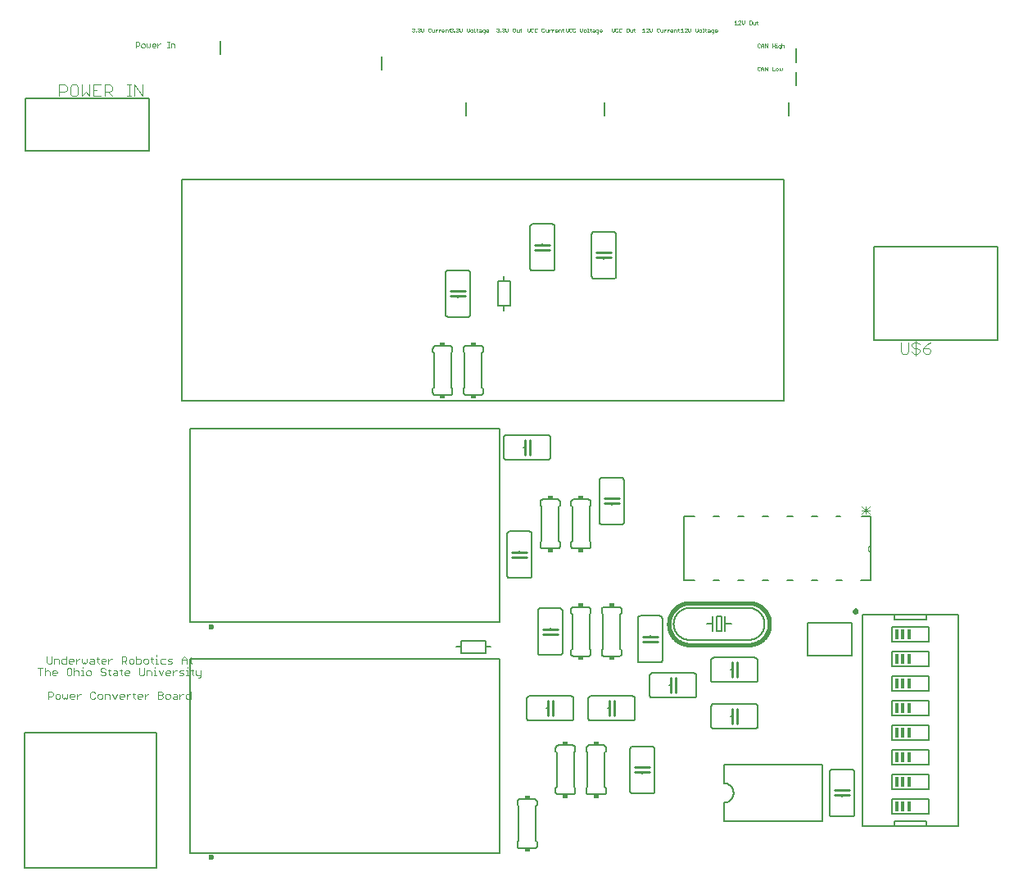
<source format=gto>
G75*
%MOIN*%
%OFA0B0*%
%FSLAX25Y25*%
%IPPOS*%
%LPD*%
%AMOC8*
5,1,8,0,0,1.08239X$1,22.5*
%
%ADD10C,0.00300*%
%ADD11C,0.00100*%
%ADD12C,0.00200*%
%ADD13C,0.00500*%
%ADD14C,0.02362*%
%ADD15C,0.00600*%
%ADD16C,0.01000*%
%ADD17R,0.02000X0.01500*%
%ADD18C,0.00800*%
%ADD19R,0.01500X0.04000*%
%ADD20C,0.00000*%
%ADD21C,0.00400*%
%ADD22C,0.01600*%
D10*
X0029913Y0156533D02*
X0029913Y0159436D01*
X0031364Y0159436D01*
X0031848Y0158952D01*
X0031848Y0157984D01*
X0031364Y0157501D01*
X0029913Y0157501D01*
X0032860Y0157984D02*
X0032860Y0157017D01*
X0033343Y0156533D01*
X0034311Y0156533D01*
X0034795Y0157017D01*
X0034795Y0157984D01*
X0034311Y0158468D01*
X0033343Y0158468D01*
X0032860Y0157984D01*
X0035806Y0158468D02*
X0035806Y0157017D01*
X0036290Y0156533D01*
X0036774Y0157017D01*
X0037257Y0156533D01*
X0037741Y0157017D01*
X0037741Y0158468D01*
X0038753Y0157984D02*
X0039236Y0158468D01*
X0040204Y0158468D01*
X0040688Y0157984D01*
X0040688Y0157501D01*
X0038753Y0157501D01*
X0038753Y0157984D02*
X0038753Y0157017D01*
X0039236Y0156533D01*
X0040204Y0156533D01*
X0041699Y0156533D02*
X0041699Y0158468D01*
X0041699Y0157501D02*
X0042667Y0158468D01*
X0043150Y0158468D01*
X0047101Y0158952D02*
X0047101Y0157017D01*
X0047585Y0156533D01*
X0048552Y0156533D01*
X0049036Y0157017D01*
X0050048Y0157017D02*
X0050531Y0156533D01*
X0051499Y0156533D01*
X0051983Y0157017D01*
X0051983Y0157984D01*
X0051499Y0158468D01*
X0050531Y0158468D01*
X0050048Y0157984D01*
X0050048Y0157017D01*
X0049036Y0158952D02*
X0048552Y0159436D01*
X0047585Y0159436D01*
X0047101Y0158952D01*
X0052994Y0158468D02*
X0054445Y0158468D01*
X0054929Y0157984D01*
X0054929Y0156533D01*
X0052994Y0156533D02*
X0052994Y0158468D01*
X0055941Y0158468D02*
X0056908Y0156533D01*
X0057876Y0158468D01*
X0058887Y0157984D02*
X0059371Y0158468D01*
X0060338Y0158468D01*
X0060822Y0157984D01*
X0060822Y0157501D01*
X0058887Y0157501D01*
X0058887Y0157984D02*
X0058887Y0157017D01*
X0059371Y0156533D01*
X0060338Y0156533D01*
X0061834Y0156533D02*
X0061834Y0158468D01*
X0062801Y0158468D02*
X0063285Y0158468D01*
X0062801Y0158468D02*
X0061834Y0157501D01*
X0064289Y0158468D02*
X0065257Y0158468D01*
X0064773Y0158952D02*
X0064773Y0157017D01*
X0065257Y0156533D01*
X0066254Y0157017D02*
X0066254Y0157984D01*
X0066737Y0158468D01*
X0067705Y0158468D01*
X0068189Y0157984D01*
X0068189Y0157501D01*
X0066254Y0157501D01*
X0066254Y0157017D02*
X0066737Y0156533D01*
X0067705Y0156533D01*
X0069200Y0156533D02*
X0069200Y0158468D01*
X0069200Y0157501D02*
X0070168Y0158468D01*
X0070651Y0158468D01*
X0074602Y0157984D02*
X0076053Y0157984D01*
X0076537Y0157501D01*
X0076537Y0157017D01*
X0076053Y0156533D01*
X0074602Y0156533D01*
X0074602Y0159436D01*
X0076053Y0159436D01*
X0076537Y0158952D01*
X0076537Y0158468D01*
X0076053Y0157984D01*
X0077549Y0157984D02*
X0077549Y0157017D01*
X0078032Y0156533D01*
X0079000Y0156533D01*
X0079484Y0157017D01*
X0079484Y0157984D01*
X0079000Y0158468D01*
X0078032Y0158468D01*
X0077549Y0157984D01*
X0080495Y0157017D02*
X0080979Y0157501D01*
X0082430Y0157501D01*
X0082430Y0157984D02*
X0082430Y0156533D01*
X0080979Y0156533D01*
X0080495Y0157017D01*
X0080979Y0158468D02*
X0081946Y0158468D01*
X0082430Y0157984D01*
X0083442Y0157501D02*
X0084409Y0158468D01*
X0084893Y0158468D01*
X0085897Y0157984D02*
X0086381Y0158468D01*
X0087832Y0158468D01*
X0087832Y0159436D02*
X0087832Y0156533D01*
X0086381Y0156533D01*
X0085897Y0157017D01*
X0085897Y0157984D01*
X0083442Y0158468D02*
X0083442Y0156533D01*
X0083196Y0166133D02*
X0084647Y0166133D01*
X0085131Y0166617D01*
X0084647Y0167101D01*
X0083680Y0167101D01*
X0083196Y0167584D01*
X0083680Y0168068D01*
X0085131Y0168068D01*
X0086143Y0168068D02*
X0086626Y0168068D01*
X0086626Y0166133D01*
X0086143Y0166133D02*
X0087110Y0166133D01*
X0088591Y0166617D02*
X0089074Y0166133D01*
X0088591Y0166617D02*
X0088591Y0168552D01*
X0089074Y0168068D02*
X0088107Y0168068D01*
X0086626Y0169036D02*
X0086626Y0169519D01*
X0086359Y0170933D02*
X0086359Y0172868D01*
X0085391Y0173836D01*
X0084424Y0172868D01*
X0084424Y0170933D01*
X0084424Y0172384D02*
X0086359Y0172384D01*
X0087370Y0172868D02*
X0088338Y0172868D01*
X0087854Y0173352D02*
X0087854Y0171417D01*
X0088338Y0170933D01*
X0090071Y0168068D02*
X0090071Y0166617D01*
X0090555Y0166133D01*
X0092006Y0166133D01*
X0092006Y0165649D02*
X0091522Y0165166D01*
X0091039Y0165166D01*
X0092006Y0165649D02*
X0092006Y0168068D01*
X0082192Y0168068D02*
X0081708Y0168068D01*
X0080741Y0167101D01*
X0080741Y0168068D02*
X0080741Y0166133D01*
X0079729Y0167101D02*
X0077794Y0167101D01*
X0077794Y0167584D02*
X0078278Y0168068D01*
X0079245Y0168068D01*
X0079729Y0167584D01*
X0079729Y0167101D01*
X0079245Y0166133D02*
X0078278Y0166133D01*
X0077794Y0166617D01*
X0077794Y0167584D01*
X0076783Y0168068D02*
X0075815Y0166133D01*
X0074848Y0168068D01*
X0073367Y0168068D02*
X0073367Y0166133D01*
X0072883Y0166133D02*
X0073851Y0166133D01*
X0071872Y0166133D02*
X0071872Y0167584D01*
X0071388Y0168068D01*
X0069937Y0168068D01*
X0069937Y0166133D01*
X0068925Y0166617D02*
X0068925Y0169036D01*
X0069193Y0170933D02*
X0068709Y0171417D01*
X0068709Y0172384D01*
X0069193Y0172868D01*
X0070160Y0172868D01*
X0070644Y0172384D01*
X0070644Y0171417D01*
X0070160Y0170933D01*
X0069193Y0170933D01*
X0067697Y0171417D02*
X0067697Y0172384D01*
X0067214Y0172868D01*
X0065762Y0172868D01*
X0065762Y0173836D02*
X0065762Y0170933D01*
X0067214Y0170933D01*
X0067697Y0171417D01*
X0066990Y0169036D02*
X0066990Y0166617D01*
X0067474Y0166133D01*
X0068441Y0166133D01*
X0068925Y0166617D01*
X0072883Y0168068D02*
X0073367Y0168068D01*
X0073367Y0169036D02*
X0073367Y0169519D01*
X0073620Y0170933D02*
X0074587Y0170933D01*
X0074104Y0170933D02*
X0074104Y0172868D01*
X0073620Y0172868D01*
X0072623Y0172868D02*
X0071655Y0172868D01*
X0072139Y0173352D02*
X0072139Y0171417D01*
X0072623Y0170933D01*
X0075584Y0171417D02*
X0076068Y0170933D01*
X0077519Y0170933D01*
X0078531Y0170933D02*
X0079982Y0170933D01*
X0080466Y0171417D01*
X0079982Y0171901D01*
X0079014Y0171901D01*
X0078531Y0172384D01*
X0079014Y0172868D01*
X0080466Y0172868D01*
X0077519Y0172868D02*
X0076068Y0172868D01*
X0075584Y0172384D01*
X0075584Y0171417D01*
X0074104Y0173836D02*
X0074104Y0174319D01*
X0064751Y0172384D02*
X0064267Y0172868D01*
X0063300Y0172868D01*
X0062816Y0172384D01*
X0062816Y0171417D01*
X0063300Y0170933D01*
X0064267Y0170933D01*
X0064751Y0171417D01*
X0064751Y0172384D01*
X0061804Y0172384D02*
X0061321Y0171901D01*
X0059869Y0171901D01*
X0060837Y0171901D02*
X0061804Y0170933D01*
X0061804Y0172384D02*
X0061804Y0173352D01*
X0061321Y0173836D01*
X0059869Y0173836D01*
X0059869Y0170933D01*
X0059617Y0168552D02*
X0059617Y0166617D01*
X0060100Y0166133D01*
X0061097Y0166617D02*
X0061097Y0167584D01*
X0061581Y0168068D01*
X0062548Y0168068D01*
X0063032Y0167584D01*
X0063032Y0167101D01*
X0061097Y0167101D01*
X0061097Y0166617D02*
X0061581Y0166133D01*
X0062548Y0166133D01*
X0060100Y0168068D02*
X0059133Y0168068D01*
X0058121Y0167584D02*
X0058121Y0166133D01*
X0056670Y0166133D01*
X0056186Y0166617D01*
X0056670Y0167101D01*
X0058121Y0167101D01*
X0058121Y0167584D02*
X0057638Y0168068D01*
X0056670Y0168068D01*
X0055189Y0168068D02*
X0054222Y0168068D01*
X0054706Y0168552D02*
X0054706Y0166617D01*
X0055189Y0166133D01*
X0053210Y0166617D02*
X0052727Y0166133D01*
X0051759Y0166133D01*
X0051275Y0166617D01*
X0051759Y0167584D02*
X0052727Y0167584D01*
X0053210Y0167101D01*
X0053210Y0166617D01*
X0051759Y0167584D02*
X0051275Y0168068D01*
X0051275Y0168552D01*
X0051759Y0169036D01*
X0052727Y0169036D01*
X0053210Y0168552D01*
X0052972Y0170933D02*
X0052005Y0170933D01*
X0051521Y0171417D01*
X0051521Y0172384D01*
X0052005Y0172868D01*
X0052972Y0172868D01*
X0053456Y0172384D01*
X0053456Y0171901D01*
X0051521Y0171901D01*
X0050524Y0172868D02*
X0049557Y0172868D01*
X0050040Y0173352D02*
X0050040Y0171417D01*
X0050524Y0170933D01*
X0048545Y0170933D02*
X0047094Y0170933D01*
X0046610Y0171417D01*
X0047094Y0171901D01*
X0048545Y0171901D01*
X0048545Y0172384D02*
X0048545Y0170933D01*
X0048545Y0172384D02*
X0048061Y0172868D01*
X0047094Y0172868D01*
X0045599Y0172868D02*
X0045599Y0171417D01*
X0045115Y0170933D01*
X0044631Y0171417D01*
X0044147Y0170933D01*
X0043664Y0171417D01*
X0043664Y0172868D01*
X0042659Y0172868D02*
X0042176Y0172868D01*
X0041208Y0171901D01*
X0041208Y0172868D02*
X0041208Y0170933D01*
X0040197Y0171901D02*
X0038262Y0171901D01*
X0038262Y0172384D02*
X0038745Y0172868D01*
X0039713Y0172868D01*
X0040197Y0172384D01*
X0040197Y0171901D01*
X0039713Y0170933D02*
X0038745Y0170933D01*
X0038262Y0171417D01*
X0038262Y0172384D01*
X0037250Y0172868D02*
X0035799Y0172868D01*
X0035315Y0172384D01*
X0035315Y0171417D01*
X0035799Y0170933D01*
X0037250Y0170933D01*
X0037250Y0173836D01*
X0034304Y0172384D02*
X0034304Y0170933D01*
X0034304Y0172384D02*
X0033820Y0172868D01*
X0032369Y0172868D01*
X0032369Y0170933D01*
X0031357Y0171417D02*
X0031357Y0173836D01*
X0029422Y0173836D02*
X0029422Y0171417D01*
X0029906Y0170933D01*
X0030873Y0170933D01*
X0031357Y0171417D01*
X0032116Y0168068D02*
X0031632Y0167584D01*
X0031632Y0166617D01*
X0032116Y0166133D01*
X0033083Y0166133D01*
X0033567Y0167101D02*
X0031632Y0167101D01*
X0032116Y0168068D02*
X0033083Y0168068D01*
X0033567Y0167584D01*
X0033567Y0167101D01*
X0030620Y0167584D02*
X0030620Y0166133D01*
X0030620Y0167584D02*
X0030137Y0168068D01*
X0029169Y0168068D01*
X0028685Y0167584D01*
X0028685Y0166133D02*
X0028685Y0169036D01*
X0027674Y0169036D02*
X0025739Y0169036D01*
X0026706Y0169036D02*
X0026706Y0166133D01*
X0037525Y0166617D02*
X0038009Y0166133D01*
X0038976Y0166133D01*
X0039460Y0166617D01*
X0039460Y0168552D01*
X0038976Y0169036D01*
X0038009Y0169036D01*
X0037525Y0168552D01*
X0037525Y0166617D01*
X0040472Y0166133D02*
X0040472Y0169036D01*
X0040955Y0168068D02*
X0041923Y0168068D01*
X0042407Y0167584D01*
X0042407Y0166133D01*
X0043418Y0166133D02*
X0044386Y0166133D01*
X0043902Y0166133D02*
X0043902Y0168068D01*
X0043418Y0168068D01*
X0043902Y0169036D02*
X0043902Y0169519D01*
X0045382Y0167584D02*
X0045382Y0166617D01*
X0045866Y0166133D01*
X0046834Y0166133D01*
X0047317Y0166617D01*
X0047317Y0167584D01*
X0046834Y0168068D01*
X0045866Y0168068D01*
X0045382Y0167584D01*
X0040955Y0168068D02*
X0040472Y0167584D01*
X0054467Y0170933D02*
X0054467Y0172868D01*
X0054467Y0171901D02*
X0055435Y0172868D01*
X0055919Y0172868D01*
X0361062Y0231697D02*
X0364198Y0234833D01*
X0362630Y0234833D02*
X0362630Y0231697D01*
X0364198Y0231697D02*
X0361062Y0234833D01*
X0361062Y0233265D02*
X0364198Y0233265D01*
D11*
X0328244Y0412108D02*
X0327993Y0412358D01*
X0327743Y0412108D01*
X0327493Y0412358D01*
X0327493Y0413109D01*
X0327020Y0412859D02*
X0326770Y0413109D01*
X0326270Y0413109D01*
X0326020Y0412859D01*
X0326020Y0412358D01*
X0326270Y0412108D01*
X0326770Y0412108D01*
X0327020Y0412358D01*
X0327020Y0412859D01*
X0328244Y0412108D02*
X0328494Y0412358D01*
X0328494Y0413109D01*
X0325547Y0412108D02*
X0324546Y0412108D01*
X0324546Y0413609D01*
X0322601Y0413609D02*
X0322601Y0412108D01*
X0321600Y0413609D01*
X0321600Y0412108D01*
X0321127Y0412108D02*
X0321127Y0413109D01*
X0320627Y0413609D01*
X0320127Y0413109D01*
X0320127Y0412108D01*
X0319654Y0412358D02*
X0319404Y0412108D01*
X0318904Y0412108D01*
X0318653Y0412358D01*
X0318653Y0413359D01*
X0318904Y0413609D01*
X0319404Y0413609D01*
X0319654Y0413359D01*
X0320127Y0412859D02*
X0321127Y0412859D01*
X0321127Y0421483D02*
X0321127Y0422484D01*
X0320627Y0422984D01*
X0320127Y0422484D01*
X0320127Y0421483D01*
X0319654Y0421733D02*
X0319404Y0421483D01*
X0318904Y0421483D01*
X0318653Y0421733D01*
X0318653Y0422734D01*
X0318904Y0422984D01*
X0319404Y0422984D01*
X0319654Y0422734D01*
X0320127Y0422234D02*
X0321127Y0422234D01*
X0321600Y0422984D02*
X0322601Y0421483D01*
X0322601Y0422984D01*
X0321600Y0422984D02*
X0321600Y0421483D01*
X0324546Y0421483D02*
X0324546Y0422984D01*
X0324546Y0422234D02*
X0325547Y0422234D01*
X0326020Y0422484D02*
X0326270Y0422484D01*
X0326270Y0421483D01*
X0326020Y0421483D02*
X0326520Y0421483D01*
X0327002Y0421733D02*
X0327252Y0421483D01*
X0328003Y0421483D01*
X0328003Y0421233D02*
X0328003Y0422484D01*
X0327252Y0422484D01*
X0327002Y0422234D01*
X0327002Y0421733D01*
X0327502Y0420983D02*
X0327752Y0420983D01*
X0328003Y0421233D01*
X0328475Y0421483D02*
X0328475Y0422984D01*
X0328725Y0422484D02*
X0329226Y0422484D01*
X0329476Y0422234D01*
X0329476Y0421483D01*
X0328475Y0422234D02*
X0328725Y0422484D01*
X0326270Y0422984D02*
X0326270Y0423235D01*
X0325547Y0422984D02*
X0325547Y0421483D01*
X0318618Y0430858D02*
X0318368Y0431108D01*
X0318368Y0432109D01*
X0318118Y0431859D02*
X0318618Y0431859D01*
X0317645Y0431859D02*
X0317645Y0430858D01*
X0316895Y0430858D01*
X0316645Y0431108D01*
X0316645Y0431859D01*
X0316172Y0432109D02*
X0315922Y0432359D01*
X0315422Y0432359D01*
X0315171Y0432109D01*
X0315171Y0431108D01*
X0315422Y0430858D01*
X0315922Y0430858D01*
X0316172Y0431108D01*
X0316172Y0432109D01*
X0313226Y0432359D02*
X0313226Y0431358D01*
X0312725Y0430858D01*
X0312225Y0431358D01*
X0312225Y0432359D01*
X0311752Y0432109D02*
X0311502Y0432359D01*
X0311002Y0432359D01*
X0310752Y0432109D01*
X0311752Y0432109D02*
X0311752Y0431859D01*
X0310752Y0430858D01*
X0311752Y0430858D01*
X0310279Y0430858D02*
X0309278Y0430858D01*
X0309779Y0430858D02*
X0309779Y0432359D01*
X0309278Y0431859D01*
X0302155Y0428484D02*
X0302155Y0428233D01*
X0301154Y0428233D01*
X0301154Y0427983D02*
X0301154Y0428484D01*
X0301404Y0428734D01*
X0301904Y0428734D01*
X0302155Y0428484D01*
X0301904Y0427733D02*
X0301404Y0427733D01*
X0301154Y0427983D01*
X0300681Y0427733D02*
X0299931Y0427733D01*
X0299680Y0427983D01*
X0299680Y0428484D01*
X0299931Y0428734D01*
X0300681Y0428734D01*
X0300681Y0427483D01*
X0300431Y0427233D01*
X0300181Y0427233D01*
X0299208Y0427733D02*
X0298457Y0427733D01*
X0298207Y0427983D01*
X0298457Y0428233D01*
X0299208Y0428233D01*
X0299208Y0428484D02*
X0299208Y0427733D01*
X0299208Y0428484D02*
X0298958Y0428734D01*
X0298457Y0428734D01*
X0297725Y0428734D02*
X0297225Y0428734D01*
X0297475Y0428984D02*
X0297475Y0427983D01*
X0297725Y0427733D01*
X0296743Y0427733D02*
X0296243Y0427733D01*
X0296493Y0427733D02*
X0296493Y0429234D01*
X0296243Y0429234D01*
X0295520Y0428734D02*
X0295020Y0428734D01*
X0294770Y0428484D01*
X0294770Y0427983D01*
X0295020Y0427733D01*
X0295520Y0427733D01*
X0295770Y0427983D01*
X0295770Y0428484D01*
X0295520Y0428734D01*
X0294297Y0428233D02*
X0294297Y0429234D01*
X0294297Y0428233D02*
X0293797Y0427733D01*
X0293296Y0428233D01*
X0293296Y0429234D01*
X0291351Y0429234D02*
X0291351Y0428233D01*
X0290850Y0427733D01*
X0290350Y0428233D01*
X0290350Y0429234D01*
X0289877Y0428984D02*
X0289627Y0429234D01*
X0289127Y0429234D01*
X0288877Y0428984D01*
X0289877Y0428984D02*
X0289877Y0428734D01*
X0288877Y0427733D01*
X0289877Y0427733D01*
X0288404Y0427733D02*
X0287403Y0427733D01*
X0287904Y0427733D02*
X0287904Y0429234D01*
X0287403Y0428734D01*
X0286520Y0428734D02*
X0286020Y0428734D01*
X0286270Y0428984D02*
X0286270Y0427983D01*
X0286520Y0427733D01*
X0285547Y0427733D02*
X0285547Y0428484D01*
X0285297Y0428734D01*
X0284547Y0428734D01*
X0284547Y0427733D01*
X0284074Y0428233D02*
X0283073Y0428233D01*
X0283073Y0427983D02*
X0283073Y0428484D01*
X0283323Y0428734D01*
X0283824Y0428734D01*
X0284074Y0428484D01*
X0284074Y0428233D01*
X0283824Y0427733D02*
X0283323Y0427733D01*
X0283073Y0427983D01*
X0282596Y0428734D02*
X0282346Y0428734D01*
X0281846Y0428233D01*
X0281846Y0427733D02*
X0281846Y0428734D01*
X0281369Y0428734D02*
X0281118Y0428734D01*
X0280618Y0428233D01*
X0280618Y0427733D02*
X0280618Y0428734D01*
X0280145Y0428734D02*
X0280145Y0427733D01*
X0279395Y0427733D01*
X0279145Y0427983D01*
X0279145Y0428734D01*
X0278672Y0428984D02*
X0278422Y0429234D01*
X0277922Y0429234D01*
X0277671Y0428984D01*
X0277671Y0427983D01*
X0277922Y0427733D01*
X0278422Y0427733D01*
X0278672Y0427983D01*
X0275726Y0428233D02*
X0275726Y0429234D01*
X0275726Y0428233D02*
X0275225Y0427733D01*
X0274725Y0428233D01*
X0274725Y0429234D01*
X0274252Y0428984D02*
X0274002Y0429234D01*
X0273502Y0429234D01*
X0273252Y0428984D01*
X0274252Y0428984D02*
X0274252Y0428734D01*
X0273252Y0427733D01*
X0274252Y0427733D01*
X0272779Y0427733D02*
X0271778Y0427733D01*
X0272279Y0427733D02*
X0272279Y0429234D01*
X0271778Y0428734D01*
X0268618Y0428734D02*
X0268118Y0428734D01*
X0268368Y0428984D02*
X0268368Y0427983D01*
X0268618Y0427733D01*
X0267645Y0427733D02*
X0267645Y0428734D01*
X0266645Y0428734D02*
X0266645Y0427983D01*
X0266895Y0427733D01*
X0267645Y0427733D01*
X0266172Y0427983D02*
X0266172Y0428984D01*
X0265922Y0429234D01*
X0265422Y0429234D01*
X0265171Y0428984D01*
X0265171Y0427983D01*
X0265422Y0427733D01*
X0265922Y0427733D01*
X0266172Y0427983D01*
X0263226Y0427983D02*
X0262975Y0427733D01*
X0262475Y0427733D01*
X0262225Y0427983D01*
X0262225Y0428984D01*
X0262475Y0429234D01*
X0262975Y0429234D01*
X0263226Y0428984D01*
X0261752Y0428984D02*
X0261502Y0429234D01*
X0261002Y0429234D01*
X0260752Y0428984D01*
X0260752Y0427983D01*
X0261002Y0427733D01*
X0261502Y0427733D01*
X0261752Y0427983D01*
X0260279Y0428233D02*
X0260279Y0429234D01*
X0260279Y0428233D02*
X0259779Y0427733D01*
X0259278Y0428233D01*
X0259278Y0429234D01*
X0255280Y0428484D02*
X0255029Y0428734D01*
X0254529Y0428734D01*
X0254279Y0428484D01*
X0254279Y0427983D01*
X0254529Y0427733D01*
X0255029Y0427733D01*
X0255280Y0428233D02*
X0254279Y0428233D01*
X0253806Y0427733D02*
X0253056Y0427733D01*
X0252805Y0427983D01*
X0252805Y0428484D01*
X0253056Y0428734D01*
X0253806Y0428734D01*
X0253806Y0427483D01*
X0253556Y0427233D01*
X0253306Y0427233D01*
X0252333Y0427733D02*
X0251582Y0427733D01*
X0251332Y0427983D01*
X0251582Y0428233D01*
X0252333Y0428233D01*
X0252333Y0428484D02*
X0252333Y0427733D01*
X0252333Y0428484D02*
X0252083Y0428734D01*
X0251582Y0428734D01*
X0250850Y0428734D02*
X0250350Y0428734D01*
X0250600Y0428984D02*
X0250600Y0427983D01*
X0250850Y0427733D01*
X0249868Y0427733D02*
X0249368Y0427733D01*
X0249618Y0427733D02*
X0249618Y0429234D01*
X0249368Y0429234D01*
X0248645Y0428734D02*
X0248145Y0428734D01*
X0247895Y0428484D01*
X0247895Y0427983D01*
X0248145Y0427733D01*
X0248645Y0427733D01*
X0248895Y0427983D01*
X0248895Y0428484D01*
X0248645Y0428734D01*
X0247422Y0428233D02*
X0247422Y0429234D01*
X0247422Y0428233D02*
X0246922Y0427733D01*
X0246421Y0428233D01*
X0246421Y0429234D01*
X0244476Y0428984D02*
X0244225Y0429234D01*
X0243725Y0429234D01*
X0243475Y0428984D01*
X0243475Y0427983D01*
X0243725Y0427733D01*
X0244225Y0427733D01*
X0244476Y0427983D01*
X0243002Y0427983D02*
X0242752Y0427733D01*
X0242252Y0427733D01*
X0242002Y0427983D01*
X0242002Y0428984D01*
X0242252Y0429234D01*
X0242752Y0429234D01*
X0243002Y0428984D01*
X0241529Y0429234D02*
X0241529Y0428233D01*
X0241029Y0427733D01*
X0240528Y0428233D01*
X0240528Y0429234D01*
X0239645Y0428734D02*
X0239145Y0428734D01*
X0239395Y0428984D02*
X0239395Y0427983D01*
X0239645Y0427733D01*
X0238672Y0427733D02*
X0238672Y0428484D01*
X0238422Y0428734D01*
X0237672Y0428734D01*
X0237672Y0427733D01*
X0237199Y0428233D02*
X0236198Y0428233D01*
X0236198Y0427983D02*
X0236198Y0428484D01*
X0236448Y0428734D01*
X0236949Y0428734D01*
X0237199Y0428484D01*
X0237199Y0428233D01*
X0236949Y0427733D02*
X0236448Y0427733D01*
X0236198Y0427983D01*
X0235721Y0428734D02*
X0235471Y0428734D01*
X0234971Y0428233D01*
X0234971Y0427733D02*
X0234971Y0428734D01*
X0234494Y0428734D02*
X0234243Y0428734D01*
X0233743Y0428233D01*
X0233743Y0427733D02*
X0233743Y0428734D01*
X0233270Y0428734D02*
X0233270Y0427733D01*
X0232520Y0427733D01*
X0232270Y0427983D01*
X0232270Y0428734D01*
X0231797Y0428984D02*
X0231547Y0429234D01*
X0231047Y0429234D01*
X0230796Y0428984D01*
X0230796Y0427983D01*
X0231047Y0427733D01*
X0231547Y0427733D01*
X0231797Y0427983D01*
X0228851Y0427983D02*
X0228600Y0427733D01*
X0228100Y0427733D01*
X0227850Y0427983D01*
X0227850Y0428984D01*
X0228100Y0429234D01*
X0228600Y0429234D01*
X0228851Y0428984D01*
X0227377Y0428984D02*
X0227127Y0429234D01*
X0226627Y0429234D01*
X0226377Y0428984D01*
X0226377Y0427983D01*
X0226627Y0427733D01*
X0227127Y0427733D01*
X0227377Y0427983D01*
X0225904Y0428233D02*
X0225904Y0429234D01*
X0225904Y0428233D02*
X0225404Y0427733D01*
X0224903Y0428233D01*
X0224903Y0429234D01*
X0222480Y0428734D02*
X0221979Y0428734D01*
X0222230Y0428984D02*
X0222230Y0427983D01*
X0222480Y0427733D01*
X0221507Y0427733D02*
X0221507Y0428734D01*
X0220506Y0428734D02*
X0220506Y0427983D01*
X0220756Y0427733D01*
X0221507Y0427733D01*
X0220034Y0427983D02*
X0220034Y0428984D01*
X0219784Y0429234D01*
X0219283Y0429234D01*
X0219033Y0428984D01*
X0219033Y0427983D01*
X0219283Y0427733D01*
X0219784Y0427733D01*
X0220034Y0427983D01*
X0217087Y0428233D02*
X0217087Y0429234D01*
X0216086Y0429234D02*
X0216086Y0428233D01*
X0216587Y0427733D01*
X0217087Y0428233D01*
X0215614Y0428233D02*
X0215614Y0427983D01*
X0215364Y0427733D01*
X0214863Y0427733D01*
X0214613Y0427983D01*
X0214127Y0427983D02*
X0214127Y0427733D01*
X0213877Y0427733D01*
X0213877Y0427983D01*
X0214127Y0427983D01*
X0213404Y0427983D02*
X0213154Y0427733D01*
X0212654Y0427733D01*
X0212403Y0427983D01*
X0212904Y0428484D02*
X0213154Y0428484D01*
X0213404Y0428233D01*
X0213404Y0427983D01*
X0213154Y0428484D02*
X0213404Y0428734D01*
X0213404Y0428984D01*
X0213154Y0429234D01*
X0212654Y0429234D01*
X0212403Y0428984D01*
X0214613Y0428984D02*
X0214863Y0429234D01*
X0215364Y0429234D01*
X0215614Y0428984D01*
X0215614Y0428734D01*
X0215364Y0428484D01*
X0215614Y0428233D01*
X0215364Y0428484D02*
X0215114Y0428484D01*
X0209141Y0428484D02*
X0209141Y0428233D01*
X0208140Y0428233D01*
X0208140Y0427983D02*
X0208140Y0428484D01*
X0208391Y0428734D01*
X0208891Y0428734D01*
X0209141Y0428484D01*
X0208891Y0427733D02*
X0208391Y0427733D01*
X0208140Y0427983D01*
X0207668Y0427733D02*
X0206917Y0427733D01*
X0206667Y0427983D01*
X0206667Y0428484D01*
X0206917Y0428734D01*
X0207668Y0428734D01*
X0207668Y0427483D01*
X0207418Y0427233D01*
X0207168Y0427233D01*
X0206195Y0427733D02*
X0205444Y0427733D01*
X0205194Y0427983D01*
X0205444Y0428233D01*
X0206195Y0428233D01*
X0206195Y0428484D02*
X0206195Y0427733D01*
X0206195Y0428484D02*
X0205944Y0428734D01*
X0205444Y0428734D01*
X0204712Y0428734D02*
X0204212Y0428734D01*
X0204462Y0428984D02*
X0204462Y0427983D01*
X0204712Y0427733D01*
X0203730Y0427733D02*
X0203229Y0427733D01*
X0203480Y0427733D02*
X0203480Y0429234D01*
X0203229Y0429234D01*
X0202507Y0428734D02*
X0202006Y0428734D01*
X0201756Y0428484D01*
X0201756Y0427983D01*
X0202006Y0427733D01*
X0202507Y0427733D01*
X0202757Y0427983D01*
X0202757Y0428484D01*
X0202507Y0428734D01*
X0201284Y0428233D02*
X0201284Y0429234D01*
X0201284Y0428233D02*
X0200783Y0427733D01*
X0200283Y0428233D01*
X0200283Y0429234D01*
X0198337Y0429234D02*
X0198337Y0428233D01*
X0197837Y0427733D01*
X0197336Y0428233D01*
X0197336Y0429234D01*
X0196864Y0428984D02*
X0196614Y0429234D01*
X0196113Y0429234D01*
X0195863Y0428984D01*
X0196364Y0428484D02*
X0196614Y0428484D01*
X0196864Y0428233D01*
X0196864Y0427983D01*
X0196614Y0427733D01*
X0196113Y0427733D01*
X0195863Y0427983D01*
X0195377Y0427983D02*
X0195377Y0427733D01*
X0195127Y0427733D01*
X0195127Y0427983D01*
X0195377Y0427983D01*
X0194654Y0427983D02*
X0194404Y0427733D01*
X0193904Y0427733D01*
X0193653Y0427983D01*
X0193507Y0427733D02*
X0193257Y0427983D01*
X0193257Y0428984D01*
X0193507Y0428734D02*
X0193006Y0428734D01*
X0192534Y0428484D02*
X0192534Y0427733D01*
X0192534Y0428484D02*
X0192284Y0428734D01*
X0191533Y0428734D01*
X0191533Y0427733D01*
X0191061Y0428233D02*
X0190060Y0428233D01*
X0190060Y0427983D02*
X0190060Y0428484D01*
X0190310Y0428734D01*
X0190811Y0428734D01*
X0191061Y0428484D01*
X0191061Y0428233D01*
X0190811Y0427733D02*
X0190310Y0427733D01*
X0190060Y0427983D01*
X0189583Y0428734D02*
X0189333Y0428734D01*
X0188832Y0428233D01*
X0188832Y0427733D02*
X0188832Y0428734D01*
X0188355Y0428734D02*
X0188105Y0428734D01*
X0187604Y0428233D01*
X0187604Y0427733D02*
X0187604Y0428734D01*
X0187132Y0428734D02*
X0187132Y0427733D01*
X0186381Y0427733D01*
X0186131Y0427983D01*
X0186131Y0428734D01*
X0185659Y0428984D02*
X0185409Y0429234D01*
X0184908Y0429234D01*
X0184658Y0428984D01*
X0184658Y0427983D01*
X0184908Y0427733D01*
X0185409Y0427733D01*
X0185659Y0427983D01*
X0182712Y0428233D02*
X0182712Y0429234D01*
X0182712Y0428233D02*
X0182212Y0427733D01*
X0181711Y0428233D01*
X0181711Y0429234D01*
X0181239Y0428984D02*
X0180989Y0429234D01*
X0180488Y0429234D01*
X0180238Y0428984D01*
X0180739Y0428484D02*
X0180989Y0428484D01*
X0181239Y0428233D01*
X0181239Y0427983D01*
X0180989Y0427733D01*
X0180488Y0427733D01*
X0180238Y0427983D01*
X0179752Y0427983D02*
X0179752Y0427733D01*
X0179502Y0427733D01*
X0179502Y0427983D01*
X0179752Y0427983D01*
X0179029Y0427983D02*
X0178779Y0427733D01*
X0178279Y0427733D01*
X0178028Y0427983D01*
X0178529Y0428484D02*
X0178779Y0428484D01*
X0179029Y0428233D01*
X0179029Y0427983D01*
X0178779Y0428484D02*
X0179029Y0428734D01*
X0179029Y0428984D01*
X0178779Y0429234D01*
X0178279Y0429234D01*
X0178028Y0428984D01*
X0180989Y0428484D02*
X0181239Y0428734D01*
X0181239Y0428984D01*
X0193653Y0428984D02*
X0193904Y0429234D01*
X0194404Y0429234D01*
X0194654Y0428984D01*
X0194654Y0428734D01*
X0194404Y0428484D01*
X0194654Y0428233D01*
X0194654Y0427983D01*
X0194404Y0428484D02*
X0194154Y0428484D01*
X0196614Y0428484D02*
X0196864Y0428734D01*
X0196864Y0428984D01*
X0255280Y0428484D02*
X0255280Y0428233D01*
D12*
X0081410Y0422634D02*
X0081410Y0421533D01*
X0081410Y0422634D02*
X0081044Y0423001D01*
X0079943Y0423001D01*
X0079943Y0421533D01*
X0079203Y0421533D02*
X0078469Y0421533D01*
X0078836Y0421533D02*
X0078836Y0423735D01*
X0078469Y0423735D02*
X0079203Y0423735D01*
X0075519Y0423001D02*
X0075152Y0423001D01*
X0074418Y0422267D01*
X0074418Y0421533D02*
X0074418Y0423001D01*
X0073676Y0422634D02*
X0073676Y0422267D01*
X0072208Y0422267D01*
X0072208Y0421900D02*
X0072208Y0422634D01*
X0072575Y0423001D01*
X0073309Y0423001D01*
X0073676Y0422634D01*
X0073309Y0421533D02*
X0072575Y0421533D01*
X0072208Y0421900D01*
X0071466Y0421900D02*
X0071466Y0423001D01*
X0071466Y0421900D02*
X0071099Y0421533D01*
X0070732Y0421900D01*
X0070365Y0421533D01*
X0069998Y0421900D01*
X0069998Y0423001D01*
X0069256Y0422634D02*
X0068889Y0423001D01*
X0068155Y0423001D01*
X0067788Y0422634D01*
X0067788Y0421900D01*
X0068155Y0421533D01*
X0068889Y0421533D01*
X0069256Y0421900D01*
X0069256Y0422634D01*
X0067046Y0422634D02*
X0066679Y0422267D01*
X0065578Y0422267D01*
X0065578Y0421533D02*
X0065578Y0423735D01*
X0066679Y0423735D01*
X0067046Y0423368D01*
X0067046Y0422634D01*
D13*
X0073978Y0087683D02*
X0020478Y0087683D01*
X0020478Y0142683D01*
X0073978Y0142683D01*
X0073978Y0087683D01*
X0087673Y0093933D02*
X0213657Y0093933D01*
X0213657Y0172673D01*
X0087673Y0172673D01*
X0087673Y0093933D01*
X0087673Y0187683D02*
X0213657Y0187683D01*
X0213657Y0266423D01*
X0087673Y0266423D01*
X0087673Y0187683D01*
X0084228Y0277683D02*
X0329228Y0277683D01*
X0329228Y0367683D01*
X0084228Y0367683D01*
X0084228Y0277683D01*
X0071138Y0379553D02*
X0020744Y0379553D01*
X0020744Y0400813D01*
X0071138Y0400813D01*
X0071138Y0379553D01*
X0338904Y0187427D02*
X0338904Y0174041D01*
X0357014Y0174041D01*
X0357014Y0187427D01*
X0338904Y0187427D01*
X0357801Y0192152D02*
X0357803Y0192191D01*
X0357809Y0192230D01*
X0357819Y0192268D01*
X0357832Y0192305D01*
X0357849Y0192340D01*
X0357869Y0192374D01*
X0357893Y0192405D01*
X0357920Y0192434D01*
X0357949Y0192460D01*
X0357981Y0192483D01*
X0358015Y0192503D01*
X0358051Y0192519D01*
X0358088Y0192531D01*
X0358127Y0192540D01*
X0358166Y0192545D01*
X0358205Y0192546D01*
X0358244Y0192543D01*
X0358283Y0192536D01*
X0358320Y0192525D01*
X0358357Y0192511D01*
X0358392Y0192493D01*
X0358425Y0192472D01*
X0358456Y0192447D01*
X0358484Y0192420D01*
X0358509Y0192390D01*
X0358531Y0192357D01*
X0358550Y0192323D01*
X0358565Y0192287D01*
X0358577Y0192249D01*
X0358585Y0192211D01*
X0358589Y0192172D01*
X0358589Y0192132D01*
X0358585Y0192093D01*
X0358577Y0192055D01*
X0358565Y0192017D01*
X0358550Y0191981D01*
X0358531Y0191947D01*
X0358509Y0191914D01*
X0358484Y0191884D01*
X0358456Y0191857D01*
X0358425Y0191832D01*
X0358392Y0191811D01*
X0358357Y0191793D01*
X0358320Y0191779D01*
X0358283Y0191768D01*
X0358244Y0191761D01*
X0358205Y0191758D01*
X0358166Y0191759D01*
X0358127Y0191764D01*
X0358088Y0191773D01*
X0358051Y0191785D01*
X0358015Y0191801D01*
X0357981Y0191821D01*
X0357949Y0191844D01*
X0357920Y0191870D01*
X0357893Y0191899D01*
X0357869Y0191930D01*
X0357849Y0191964D01*
X0357832Y0191999D01*
X0357819Y0192036D01*
X0357809Y0192074D01*
X0357803Y0192113D01*
X0357801Y0192152D01*
X0358195Y0192152D02*
X0358197Y0192191D01*
X0358203Y0192230D01*
X0358213Y0192268D01*
X0358226Y0192305D01*
X0358243Y0192340D01*
X0358263Y0192374D01*
X0358287Y0192405D01*
X0358314Y0192434D01*
X0358343Y0192460D01*
X0358375Y0192483D01*
X0358409Y0192503D01*
X0358445Y0192519D01*
X0358482Y0192531D01*
X0358521Y0192540D01*
X0358560Y0192545D01*
X0358599Y0192546D01*
X0358638Y0192543D01*
X0358677Y0192536D01*
X0358714Y0192525D01*
X0358751Y0192511D01*
X0358786Y0192493D01*
X0358819Y0192472D01*
X0358850Y0192447D01*
X0358878Y0192420D01*
X0358903Y0192390D01*
X0358925Y0192357D01*
X0358944Y0192323D01*
X0358959Y0192287D01*
X0358971Y0192249D01*
X0358979Y0192211D01*
X0358983Y0192172D01*
X0358983Y0192132D01*
X0358979Y0192093D01*
X0358971Y0192055D01*
X0358959Y0192017D01*
X0358944Y0191981D01*
X0358925Y0191947D01*
X0358903Y0191914D01*
X0358878Y0191884D01*
X0358850Y0191857D01*
X0358819Y0191832D01*
X0358786Y0191811D01*
X0358751Y0191793D01*
X0358714Y0191779D01*
X0358677Y0191768D01*
X0358638Y0191761D01*
X0358599Y0191758D01*
X0358560Y0191759D01*
X0358521Y0191764D01*
X0358482Y0191773D01*
X0358445Y0191785D01*
X0358409Y0191801D01*
X0358375Y0191821D01*
X0358343Y0191844D01*
X0358314Y0191870D01*
X0358287Y0191899D01*
X0358263Y0191930D01*
X0358243Y0191964D01*
X0358226Y0191999D01*
X0358213Y0192036D01*
X0358203Y0192074D01*
X0358197Y0192113D01*
X0358195Y0192152D01*
X0357709Y0192152D02*
X0357711Y0192211D01*
X0357717Y0192269D01*
X0357727Y0192327D01*
X0357740Y0192384D01*
X0357758Y0192441D01*
X0357779Y0192496D01*
X0357804Y0192549D01*
X0357832Y0192600D01*
X0357863Y0192650D01*
X0357898Y0192697D01*
X0357936Y0192742D01*
X0357977Y0192785D01*
X0358021Y0192824D01*
X0358067Y0192860D01*
X0358115Y0192894D01*
X0358166Y0192924D01*
X0358219Y0192950D01*
X0358273Y0192973D01*
X0358328Y0192992D01*
X0358385Y0193008D01*
X0358443Y0193020D01*
X0358501Y0193028D01*
X0358560Y0193032D01*
X0358618Y0193032D01*
X0358677Y0193028D01*
X0358735Y0193020D01*
X0358793Y0193008D01*
X0358850Y0192992D01*
X0358905Y0192973D01*
X0358959Y0192950D01*
X0359012Y0192924D01*
X0359063Y0192894D01*
X0359111Y0192860D01*
X0359157Y0192824D01*
X0359201Y0192785D01*
X0359242Y0192742D01*
X0359280Y0192697D01*
X0359315Y0192650D01*
X0359346Y0192600D01*
X0359374Y0192549D01*
X0359399Y0192496D01*
X0359420Y0192441D01*
X0359438Y0192384D01*
X0359451Y0192327D01*
X0359461Y0192269D01*
X0359467Y0192211D01*
X0359469Y0192152D01*
X0359467Y0192093D01*
X0359461Y0192035D01*
X0359451Y0191977D01*
X0359438Y0191920D01*
X0359420Y0191863D01*
X0359399Y0191808D01*
X0359374Y0191755D01*
X0359346Y0191704D01*
X0359315Y0191654D01*
X0359280Y0191607D01*
X0359242Y0191562D01*
X0359201Y0191519D01*
X0359157Y0191480D01*
X0359111Y0191444D01*
X0359063Y0191410D01*
X0359012Y0191380D01*
X0358959Y0191354D01*
X0358905Y0191331D01*
X0358850Y0191312D01*
X0358793Y0191296D01*
X0358735Y0191284D01*
X0358677Y0191276D01*
X0358618Y0191272D01*
X0358560Y0191272D01*
X0358501Y0191276D01*
X0358443Y0191284D01*
X0358385Y0191296D01*
X0358328Y0191312D01*
X0358273Y0191331D01*
X0358219Y0191354D01*
X0358166Y0191380D01*
X0358115Y0191410D01*
X0358067Y0191444D01*
X0358021Y0191480D01*
X0357977Y0191519D01*
X0357936Y0191562D01*
X0357898Y0191607D01*
X0357863Y0191654D01*
X0357832Y0191704D01*
X0357804Y0191755D01*
X0357779Y0191808D01*
X0357758Y0191863D01*
X0357740Y0191920D01*
X0357727Y0191977D01*
X0357717Y0192035D01*
X0357711Y0192093D01*
X0357709Y0192152D01*
X0358588Y0192152D02*
X0358590Y0192191D01*
X0358596Y0192230D01*
X0358606Y0192268D01*
X0358619Y0192305D01*
X0358636Y0192340D01*
X0358656Y0192374D01*
X0358680Y0192405D01*
X0358707Y0192434D01*
X0358736Y0192460D01*
X0358768Y0192483D01*
X0358802Y0192503D01*
X0358838Y0192519D01*
X0358875Y0192531D01*
X0358914Y0192540D01*
X0358953Y0192545D01*
X0358992Y0192546D01*
X0359031Y0192543D01*
X0359070Y0192536D01*
X0359107Y0192525D01*
X0359144Y0192511D01*
X0359179Y0192493D01*
X0359212Y0192472D01*
X0359243Y0192447D01*
X0359271Y0192420D01*
X0359296Y0192390D01*
X0359318Y0192357D01*
X0359337Y0192323D01*
X0359352Y0192287D01*
X0359364Y0192249D01*
X0359372Y0192211D01*
X0359376Y0192172D01*
X0359376Y0192132D01*
X0359372Y0192093D01*
X0359364Y0192055D01*
X0359352Y0192017D01*
X0359337Y0191981D01*
X0359318Y0191947D01*
X0359296Y0191914D01*
X0359271Y0191884D01*
X0359243Y0191857D01*
X0359212Y0191832D01*
X0359179Y0191811D01*
X0359144Y0191793D01*
X0359107Y0191779D01*
X0359070Y0191768D01*
X0359031Y0191761D01*
X0358992Y0191758D01*
X0358953Y0191759D01*
X0358914Y0191764D01*
X0358875Y0191773D01*
X0358838Y0191785D01*
X0358802Y0191801D01*
X0358768Y0191821D01*
X0358736Y0191844D01*
X0358707Y0191870D01*
X0358680Y0191899D01*
X0358656Y0191930D01*
X0358636Y0191964D01*
X0358619Y0191999D01*
X0358606Y0192036D01*
X0358596Y0192074D01*
X0358590Y0192113D01*
X0358588Y0192152D01*
X0366069Y0302535D02*
X0416463Y0302535D01*
X0416463Y0340331D01*
X0366069Y0340331D01*
X0366069Y0302535D01*
D14*
X0096374Y0185872D03*
X0096374Y0092122D03*
D15*
X0197978Y0175183D02*
X0197978Y0177683D01*
X0197978Y0180183D01*
X0207978Y0180183D01*
X0207978Y0177683D01*
X0207978Y0175183D01*
X0197978Y0175183D01*
X0197978Y0177683D02*
X0195978Y0177683D01*
X0207978Y0177683D02*
X0209978Y0177683D01*
X0229228Y0175433D02*
X0229228Y0192433D01*
X0229230Y0192493D01*
X0229235Y0192554D01*
X0229244Y0192613D01*
X0229257Y0192672D01*
X0229273Y0192731D01*
X0229293Y0192788D01*
X0229316Y0192843D01*
X0229343Y0192898D01*
X0229372Y0192950D01*
X0229405Y0193001D01*
X0229441Y0193050D01*
X0229479Y0193096D01*
X0229521Y0193140D01*
X0229565Y0193182D01*
X0229611Y0193220D01*
X0229660Y0193256D01*
X0229711Y0193289D01*
X0229763Y0193318D01*
X0229818Y0193345D01*
X0229873Y0193368D01*
X0229930Y0193388D01*
X0229989Y0193404D01*
X0230048Y0193417D01*
X0230107Y0193426D01*
X0230168Y0193431D01*
X0230228Y0193433D01*
X0238228Y0193433D01*
X0238288Y0193431D01*
X0238349Y0193426D01*
X0238408Y0193417D01*
X0238467Y0193404D01*
X0238526Y0193388D01*
X0238583Y0193368D01*
X0238638Y0193345D01*
X0238693Y0193318D01*
X0238745Y0193289D01*
X0238796Y0193256D01*
X0238845Y0193220D01*
X0238891Y0193182D01*
X0238935Y0193140D01*
X0238977Y0193096D01*
X0239015Y0193050D01*
X0239051Y0193001D01*
X0239084Y0192950D01*
X0239113Y0192898D01*
X0239140Y0192843D01*
X0239163Y0192788D01*
X0239183Y0192731D01*
X0239199Y0192672D01*
X0239212Y0192613D01*
X0239221Y0192554D01*
X0239226Y0192493D01*
X0239228Y0192433D01*
X0239228Y0175433D01*
X0239226Y0175373D01*
X0239221Y0175312D01*
X0239212Y0175253D01*
X0239199Y0175194D01*
X0239183Y0175135D01*
X0239163Y0175078D01*
X0239140Y0175023D01*
X0239113Y0174968D01*
X0239084Y0174916D01*
X0239051Y0174865D01*
X0239015Y0174816D01*
X0238977Y0174770D01*
X0238935Y0174726D01*
X0238891Y0174684D01*
X0238845Y0174646D01*
X0238796Y0174610D01*
X0238745Y0174577D01*
X0238693Y0174548D01*
X0238638Y0174521D01*
X0238583Y0174498D01*
X0238526Y0174478D01*
X0238467Y0174462D01*
X0238408Y0174449D01*
X0238349Y0174440D01*
X0238288Y0174435D01*
X0238228Y0174433D01*
X0230228Y0174433D01*
X0230168Y0174435D01*
X0230107Y0174440D01*
X0230048Y0174449D01*
X0229989Y0174462D01*
X0229930Y0174478D01*
X0229873Y0174498D01*
X0229818Y0174521D01*
X0229763Y0174548D01*
X0229711Y0174577D01*
X0229660Y0174610D01*
X0229611Y0174646D01*
X0229565Y0174684D01*
X0229521Y0174726D01*
X0229479Y0174770D01*
X0229441Y0174816D01*
X0229405Y0174865D01*
X0229372Y0174916D01*
X0229343Y0174968D01*
X0229316Y0175023D01*
X0229293Y0175078D01*
X0229273Y0175135D01*
X0229257Y0175194D01*
X0229244Y0175253D01*
X0229235Y0175312D01*
X0229230Y0175373D01*
X0229228Y0175433D01*
X0234228Y0182433D02*
X0234228Y0182933D01*
X0234228Y0184933D02*
X0234228Y0185433D01*
X0242728Y0191433D02*
X0243228Y0190933D01*
X0243228Y0176933D01*
X0242728Y0176433D01*
X0242728Y0174933D01*
X0242730Y0174873D01*
X0242735Y0174812D01*
X0242744Y0174753D01*
X0242757Y0174694D01*
X0242773Y0174635D01*
X0242793Y0174578D01*
X0242816Y0174523D01*
X0242843Y0174468D01*
X0242872Y0174416D01*
X0242905Y0174365D01*
X0242941Y0174316D01*
X0242979Y0174270D01*
X0243021Y0174226D01*
X0243065Y0174184D01*
X0243111Y0174146D01*
X0243160Y0174110D01*
X0243211Y0174077D01*
X0243263Y0174048D01*
X0243318Y0174021D01*
X0243373Y0173998D01*
X0243430Y0173978D01*
X0243489Y0173962D01*
X0243548Y0173949D01*
X0243607Y0173940D01*
X0243668Y0173935D01*
X0243728Y0173933D01*
X0249728Y0173933D01*
X0249788Y0173935D01*
X0249849Y0173940D01*
X0249908Y0173949D01*
X0249967Y0173962D01*
X0250026Y0173978D01*
X0250083Y0173998D01*
X0250138Y0174021D01*
X0250193Y0174048D01*
X0250245Y0174077D01*
X0250296Y0174110D01*
X0250345Y0174146D01*
X0250391Y0174184D01*
X0250435Y0174226D01*
X0250477Y0174270D01*
X0250515Y0174316D01*
X0250551Y0174365D01*
X0250584Y0174416D01*
X0250613Y0174468D01*
X0250640Y0174523D01*
X0250663Y0174578D01*
X0250683Y0174635D01*
X0250699Y0174694D01*
X0250712Y0174753D01*
X0250721Y0174812D01*
X0250726Y0174873D01*
X0250728Y0174933D01*
X0250728Y0176433D01*
X0250228Y0176933D01*
X0250228Y0190933D01*
X0250728Y0191433D01*
X0250728Y0192933D01*
X0250726Y0192993D01*
X0250721Y0193054D01*
X0250712Y0193113D01*
X0250699Y0193172D01*
X0250683Y0193231D01*
X0250663Y0193288D01*
X0250640Y0193343D01*
X0250613Y0193398D01*
X0250584Y0193450D01*
X0250551Y0193501D01*
X0250515Y0193550D01*
X0250477Y0193596D01*
X0250435Y0193640D01*
X0250391Y0193682D01*
X0250345Y0193720D01*
X0250296Y0193756D01*
X0250245Y0193789D01*
X0250193Y0193818D01*
X0250138Y0193845D01*
X0250083Y0193868D01*
X0250026Y0193888D01*
X0249967Y0193904D01*
X0249908Y0193917D01*
X0249849Y0193926D01*
X0249788Y0193931D01*
X0249728Y0193933D01*
X0243728Y0193933D01*
X0243668Y0193931D01*
X0243607Y0193926D01*
X0243548Y0193917D01*
X0243489Y0193904D01*
X0243430Y0193888D01*
X0243373Y0193868D01*
X0243318Y0193845D01*
X0243263Y0193818D01*
X0243211Y0193789D01*
X0243160Y0193756D01*
X0243111Y0193720D01*
X0243065Y0193682D01*
X0243021Y0193640D01*
X0242979Y0193596D01*
X0242941Y0193550D01*
X0242905Y0193501D01*
X0242872Y0193450D01*
X0242843Y0193398D01*
X0242816Y0193343D01*
X0242793Y0193288D01*
X0242773Y0193231D01*
X0242757Y0193172D01*
X0242744Y0193113D01*
X0242735Y0193054D01*
X0242730Y0192993D01*
X0242728Y0192933D01*
X0242728Y0191433D01*
X0255228Y0191433D02*
X0255728Y0190933D01*
X0255728Y0176933D01*
X0255228Y0176433D01*
X0255228Y0174933D01*
X0255230Y0174873D01*
X0255235Y0174812D01*
X0255244Y0174753D01*
X0255257Y0174694D01*
X0255273Y0174635D01*
X0255293Y0174578D01*
X0255316Y0174523D01*
X0255343Y0174468D01*
X0255372Y0174416D01*
X0255405Y0174365D01*
X0255441Y0174316D01*
X0255479Y0174270D01*
X0255521Y0174226D01*
X0255565Y0174184D01*
X0255611Y0174146D01*
X0255660Y0174110D01*
X0255711Y0174077D01*
X0255763Y0174048D01*
X0255818Y0174021D01*
X0255873Y0173998D01*
X0255930Y0173978D01*
X0255989Y0173962D01*
X0256048Y0173949D01*
X0256107Y0173940D01*
X0256168Y0173935D01*
X0256228Y0173933D01*
X0262228Y0173933D01*
X0262288Y0173935D01*
X0262349Y0173940D01*
X0262408Y0173949D01*
X0262467Y0173962D01*
X0262526Y0173978D01*
X0262583Y0173998D01*
X0262638Y0174021D01*
X0262693Y0174048D01*
X0262745Y0174077D01*
X0262796Y0174110D01*
X0262845Y0174146D01*
X0262891Y0174184D01*
X0262935Y0174226D01*
X0262977Y0174270D01*
X0263015Y0174316D01*
X0263051Y0174365D01*
X0263084Y0174416D01*
X0263113Y0174468D01*
X0263140Y0174523D01*
X0263163Y0174578D01*
X0263183Y0174635D01*
X0263199Y0174694D01*
X0263212Y0174753D01*
X0263221Y0174812D01*
X0263226Y0174873D01*
X0263228Y0174933D01*
X0263228Y0176433D01*
X0262728Y0176933D01*
X0262728Y0190933D01*
X0263228Y0191433D01*
X0263228Y0192933D01*
X0263226Y0192993D01*
X0263221Y0193054D01*
X0263212Y0193113D01*
X0263199Y0193172D01*
X0263183Y0193231D01*
X0263163Y0193288D01*
X0263140Y0193343D01*
X0263113Y0193398D01*
X0263084Y0193450D01*
X0263051Y0193501D01*
X0263015Y0193550D01*
X0262977Y0193596D01*
X0262935Y0193640D01*
X0262891Y0193682D01*
X0262845Y0193720D01*
X0262796Y0193756D01*
X0262745Y0193789D01*
X0262693Y0193818D01*
X0262638Y0193845D01*
X0262583Y0193868D01*
X0262526Y0193888D01*
X0262467Y0193904D01*
X0262408Y0193917D01*
X0262349Y0193926D01*
X0262288Y0193931D01*
X0262228Y0193933D01*
X0256228Y0193933D01*
X0256168Y0193931D01*
X0256107Y0193926D01*
X0256048Y0193917D01*
X0255989Y0193904D01*
X0255930Y0193888D01*
X0255873Y0193868D01*
X0255818Y0193845D01*
X0255763Y0193818D01*
X0255711Y0193789D01*
X0255660Y0193756D01*
X0255611Y0193720D01*
X0255565Y0193682D01*
X0255521Y0193640D01*
X0255479Y0193596D01*
X0255441Y0193550D01*
X0255405Y0193501D01*
X0255372Y0193450D01*
X0255343Y0193398D01*
X0255316Y0193343D01*
X0255293Y0193288D01*
X0255273Y0193231D01*
X0255257Y0193172D01*
X0255244Y0193113D01*
X0255235Y0193054D01*
X0255230Y0192993D01*
X0255228Y0192933D01*
X0255228Y0191433D01*
X0269853Y0189308D02*
X0269853Y0172308D01*
X0269855Y0172248D01*
X0269860Y0172187D01*
X0269869Y0172128D01*
X0269882Y0172069D01*
X0269898Y0172010D01*
X0269918Y0171953D01*
X0269941Y0171898D01*
X0269968Y0171843D01*
X0269997Y0171791D01*
X0270030Y0171740D01*
X0270066Y0171691D01*
X0270104Y0171645D01*
X0270146Y0171601D01*
X0270190Y0171559D01*
X0270236Y0171521D01*
X0270285Y0171485D01*
X0270336Y0171452D01*
X0270388Y0171423D01*
X0270443Y0171396D01*
X0270498Y0171373D01*
X0270555Y0171353D01*
X0270614Y0171337D01*
X0270673Y0171324D01*
X0270732Y0171315D01*
X0270793Y0171310D01*
X0270853Y0171308D01*
X0278853Y0171308D01*
X0278913Y0171310D01*
X0278974Y0171315D01*
X0279033Y0171324D01*
X0279092Y0171337D01*
X0279151Y0171353D01*
X0279208Y0171373D01*
X0279263Y0171396D01*
X0279318Y0171423D01*
X0279370Y0171452D01*
X0279421Y0171485D01*
X0279470Y0171521D01*
X0279516Y0171559D01*
X0279560Y0171601D01*
X0279602Y0171645D01*
X0279640Y0171691D01*
X0279676Y0171740D01*
X0279709Y0171791D01*
X0279738Y0171843D01*
X0279765Y0171898D01*
X0279788Y0171953D01*
X0279808Y0172010D01*
X0279824Y0172069D01*
X0279837Y0172128D01*
X0279846Y0172187D01*
X0279851Y0172248D01*
X0279853Y0172308D01*
X0279853Y0189308D01*
X0279851Y0189368D01*
X0279846Y0189429D01*
X0279837Y0189488D01*
X0279824Y0189547D01*
X0279808Y0189606D01*
X0279788Y0189663D01*
X0279765Y0189718D01*
X0279738Y0189773D01*
X0279709Y0189825D01*
X0279676Y0189876D01*
X0279640Y0189925D01*
X0279602Y0189971D01*
X0279560Y0190015D01*
X0279516Y0190057D01*
X0279470Y0190095D01*
X0279421Y0190131D01*
X0279370Y0190164D01*
X0279318Y0190193D01*
X0279263Y0190220D01*
X0279208Y0190243D01*
X0279151Y0190263D01*
X0279092Y0190279D01*
X0279033Y0190292D01*
X0278974Y0190301D01*
X0278913Y0190306D01*
X0278853Y0190308D01*
X0270853Y0190308D01*
X0270793Y0190306D01*
X0270732Y0190301D01*
X0270673Y0190292D01*
X0270614Y0190279D01*
X0270555Y0190263D01*
X0270498Y0190243D01*
X0270443Y0190220D01*
X0270388Y0190193D01*
X0270336Y0190164D01*
X0270285Y0190131D01*
X0270236Y0190095D01*
X0270190Y0190057D01*
X0270146Y0190015D01*
X0270104Y0189971D01*
X0270066Y0189925D01*
X0270030Y0189876D01*
X0269997Y0189825D01*
X0269968Y0189773D01*
X0269941Y0189718D01*
X0269918Y0189663D01*
X0269898Y0189606D01*
X0269882Y0189547D01*
X0269869Y0189488D01*
X0269860Y0189429D01*
X0269855Y0189368D01*
X0269853Y0189308D01*
X0274853Y0182308D02*
X0274853Y0181808D01*
X0274853Y0179808D02*
X0274853Y0179308D01*
X0275728Y0167058D02*
X0292728Y0167058D01*
X0292788Y0167056D01*
X0292849Y0167051D01*
X0292908Y0167042D01*
X0292967Y0167029D01*
X0293026Y0167013D01*
X0293083Y0166993D01*
X0293138Y0166970D01*
X0293193Y0166943D01*
X0293245Y0166914D01*
X0293296Y0166881D01*
X0293345Y0166845D01*
X0293391Y0166807D01*
X0293435Y0166765D01*
X0293477Y0166721D01*
X0293515Y0166675D01*
X0293551Y0166626D01*
X0293584Y0166575D01*
X0293613Y0166523D01*
X0293640Y0166468D01*
X0293663Y0166413D01*
X0293683Y0166356D01*
X0293699Y0166297D01*
X0293712Y0166238D01*
X0293721Y0166179D01*
X0293726Y0166118D01*
X0293728Y0166058D01*
X0293728Y0158058D01*
X0293726Y0157998D01*
X0293721Y0157937D01*
X0293712Y0157878D01*
X0293699Y0157819D01*
X0293683Y0157760D01*
X0293663Y0157703D01*
X0293640Y0157648D01*
X0293613Y0157593D01*
X0293584Y0157541D01*
X0293551Y0157490D01*
X0293515Y0157441D01*
X0293477Y0157395D01*
X0293435Y0157351D01*
X0293391Y0157309D01*
X0293345Y0157271D01*
X0293296Y0157235D01*
X0293245Y0157202D01*
X0293193Y0157173D01*
X0293138Y0157146D01*
X0293083Y0157123D01*
X0293026Y0157103D01*
X0292967Y0157087D01*
X0292908Y0157074D01*
X0292849Y0157065D01*
X0292788Y0157060D01*
X0292728Y0157058D01*
X0275728Y0157058D01*
X0275668Y0157060D01*
X0275607Y0157065D01*
X0275548Y0157074D01*
X0275489Y0157087D01*
X0275430Y0157103D01*
X0275373Y0157123D01*
X0275318Y0157146D01*
X0275263Y0157173D01*
X0275211Y0157202D01*
X0275160Y0157235D01*
X0275111Y0157271D01*
X0275065Y0157309D01*
X0275021Y0157351D01*
X0274979Y0157395D01*
X0274941Y0157441D01*
X0274905Y0157490D01*
X0274872Y0157541D01*
X0274843Y0157593D01*
X0274816Y0157648D01*
X0274793Y0157703D01*
X0274773Y0157760D01*
X0274757Y0157819D01*
X0274744Y0157878D01*
X0274735Y0157937D01*
X0274730Y0157998D01*
X0274728Y0158058D01*
X0274728Y0166058D01*
X0274730Y0166118D01*
X0274735Y0166179D01*
X0274744Y0166238D01*
X0274757Y0166297D01*
X0274773Y0166356D01*
X0274793Y0166413D01*
X0274816Y0166468D01*
X0274843Y0166523D01*
X0274872Y0166575D01*
X0274905Y0166626D01*
X0274941Y0166675D01*
X0274979Y0166721D01*
X0275021Y0166765D01*
X0275065Y0166807D01*
X0275111Y0166845D01*
X0275160Y0166881D01*
X0275211Y0166914D01*
X0275263Y0166943D01*
X0275318Y0166970D01*
X0275373Y0166993D01*
X0275430Y0167013D01*
X0275489Y0167029D01*
X0275548Y0167042D01*
X0275607Y0167051D01*
X0275668Y0167056D01*
X0275728Y0167058D01*
X0282728Y0162058D02*
X0283228Y0162058D01*
X0285228Y0162058D02*
X0285728Y0162058D01*
X0299728Y0164308D02*
X0299728Y0172308D01*
X0299730Y0172368D01*
X0299735Y0172429D01*
X0299744Y0172488D01*
X0299757Y0172547D01*
X0299773Y0172606D01*
X0299793Y0172663D01*
X0299816Y0172718D01*
X0299843Y0172773D01*
X0299872Y0172825D01*
X0299905Y0172876D01*
X0299941Y0172925D01*
X0299979Y0172971D01*
X0300021Y0173015D01*
X0300065Y0173057D01*
X0300111Y0173095D01*
X0300160Y0173131D01*
X0300211Y0173164D01*
X0300263Y0173193D01*
X0300318Y0173220D01*
X0300373Y0173243D01*
X0300430Y0173263D01*
X0300489Y0173279D01*
X0300548Y0173292D01*
X0300607Y0173301D01*
X0300668Y0173306D01*
X0300728Y0173308D01*
X0317728Y0173308D01*
X0317788Y0173306D01*
X0317849Y0173301D01*
X0317908Y0173292D01*
X0317967Y0173279D01*
X0318026Y0173263D01*
X0318083Y0173243D01*
X0318138Y0173220D01*
X0318193Y0173193D01*
X0318245Y0173164D01*
X0318296Y0173131D01*
X0318345Y0173095D01*
X0318391Y0173057D01*
X0318435Y0173015D01*
X0318477Y0172971D01*
X0318515Y0172925D01*
X0318551Y0172876D01*
X0318584Y0172825D01*
X0318613Y0172773D01*
X0318640Y0172718D01*
X0318663Y0172663D01*
X0318683Y0172606D01*
X0318699Y0172547D01*
X0318712Y0172488D01*
X0318721Y0172429D01*
X0318726Y0172368D01*
X0318728Y0172308D01*
X0318728Y0164308D01*
X0318726Y0164248D01*
X0318721Y0164187D01*
X0318712Y0164128D01*
X0318699Y0164069D01*
X0318683Y0164010D01*
X0318663Y0163953D01*
X0318640Y0163898D01*
X0318613Y0163843D01*
X0318584Y0163791D01*
X0318551Y0163740D01*
X0318515Y0163691D01*
X0318477Y0163645D01*
X0318435Y0163601D01*
X0318391Y0163559D01*
X0318345Y0163521D01*
X0318296Y0163485D01*
X0318245Y0163452D01*
X0318193Y0163423D01*
X0318138Y0163396D01*
X0318083Y0163373D01*
X0318026Y0163353D01*
X0317967Y0163337D01*
X0317908Y0163324D01*
X0317849Y0163315D01*
X0317788Y0163310D01*
X0317728Y0163308D01*
X0300728Y0163308D01*
X0300668Y0163310D01*
X0300607Y0163315D01*
X0300548Y0163324D01*
X0300489Y0163337D01*
X0300430Y0163353D01*
X0300373Y0163373D01*
X0300318Y0163396D01*
X0300263Y0163423D01*
X0300211Y0163452D01*
X0300160Y0163485D01*
X0300111Y0163521D01*
X0300065Y0163559D01*
X0300021Y0163601D01*
X0299979Y0163645D01*
X0299941Y0163691D01*
X0299905Y0163740D01*
X0299872Y0163791D01*
X0299843Y0163843D01*
X0299816Y0163898D01*
X0299793Y0163953D01*
X0299773Y0164010D01*
X0299757Y0164069D01*
X0299744Y0164128D01*
X0299735Y0164187D01*
X0299730Y0164248D01*
X0299728Y0164308D01*
X0307728Y0168308D02*
X0308228Y0168308D01*
X0310228Y0168308D02*
X0310728Y0168308D01*
X0314978Y0180558D02*
X0290978Y0180558D01*
X0290818Y0180560D01*
X0290659Y0180566D01*
X0290500Y0180576D01*
X0290341Y0180589D01*
X0290182Y0180607D01*
X0290024Y0180628D01*
X0289867Y0180654D01*
X0289710Y0180683D01*
X0289554Y0180716D01*
X0289399Y0180753D01*
X0289244Y0180793D01*
X0289091Y0180838D01*
X0288939Y0180886D01*
X0288788Y0180938D01*
X0288639Y0180994D01*
X0288491Y0181053D01*
X0288344Y0181116D01*
X0288199Y0181182D01*
X0288056Y0181252D01*
X0287914Y0181326D01*
X0287774Y0181402D01*
X0287636Y0181483D01*
X0287501Y0181566D01*
X0287367Y0181653D01*
X0287235Y0181744D01*
X0287106Y0181837D01*
X0286979Y0181934D01*
X0286854Y0182033D01*
X0286732Y0182136D01*
X0286613Y0182242D01*
X0286496Y0182350D01*
X0286382Y0182462D01*
X0286270Y0182576D01*
X0286162Y0182693D01*
X0286056Y0182812D01*
X0285953Y0182934D01*
X0285854Y0183059D01*
X0285757Y0183186D01*
X0285664Y0183315D01*
X0285573Y0183447D01*
X0285486Y0183581D01*
X0285403Y0183716D01*
X0285322Y0183854D01*
X0285246Y0183994D01*
X0285172Y0184136D01*
X0285102Y0184279D01*
X0285036Y0184424D01*
X0284973Y0184571D01*
X0284914Y0184719D01*
X0284858Y0184868D01*
X0284806Y0185019D01*
X0284758Y0185171D01*
X0284713Y0185324D01*
X0284673Y0185479D01*
X0284636Y0185634D01*
X0284603Y0185790D01*
X0284574Y0185947D01*
X0284548Y0186104D01*
X0284527Y0186262D01*
X0284509Y0186421D01*
X0284496Y0186580D01*
X0284486Y0186739D01*
X0284480Y0186898D01*
X0284478Y0187058D01*
X0284480Y0187218D01*
X0284486Y0187377D01*
X0284496Y0187536D01*
X0284509Y0187695D01*
X0284527Y0187854D01*
X0284548Y0188012D01*
X0284574Y0188169D01*
X0284603Y0188326D01*
X0284636Y0188482D01*
X0284673Y0188637D01*
X0284713Y0188792D01*
X0284758Y0188945D01*
X0284806Y0189097D01*
X0284858Y0189248D01*
X0284914Y0189397D01*
X0284973Y0189545D01*
X0285036Y0189692D01*
X0285102Y0189837D01*
X0285172Y0189980D01*
X0285246Y0190122D01*
X0285322Y0190262D01*
X0285403Y0190400D01*
X0285486Y0190535D01*
X0285573Y0190669D01*
X0285664Y0190801D01*
X0285757Y0190930D01*
X0285854Y0191057D01*
X0285953Y0191182D01*
X0286056Y0191304D01*
X0286162Y0191423D01*
X0286270Y0191540D01*
X0286382Y0191654D01*
X0286496Y0191766D01*
X0286613Y0191874D01*
X0286732Y0191980D01*
X0286854Y0192083D01*
X0286979Y0192182D01*
X0287106Y0192279D01*
X0287235Y0192372D01*
X0287367Y0192463D01*
X0287501Y0192550D01*
X0287636Y0192633D01*
X0287774Y0192714D01*
X0287914Y0192790D01*
X0288056Y0192864D01*
X0288199Y0192934D01*
X0288344Y0193000D01*
X0288491Y0193063D01*
X0288639Y0193122D01*
X0288788Y0193178D01*
X0288939Y0193230D01*
X0289091Y0193278D01*
X0289244Y0193323D01*
X0289399Y0193363D01*
X0289554Y0193400D01*
X0289710Y0193433D01*
X0289867Y0193462D01*
X0290024Y0193488D01*
X0290182Y0193509D01*
X0290341Y0193527D01*
X0290500Y0193540D01*
X0290659Y0193550D01*
X0290818Y0193556D01*
X0290978Y0193558D01*
X0314978Y0193558D01*
X0315138Y0193556D01*
X0315297Y0193550D01*
X0315456Y0193540D01*
X0315615Y0193527D01*
X0315774Y0193509D01*
X0315932Y0193488D01*
X0316089Y0193462D01*
X0316246Y0193433D01*
X0316402Y0193400D01*
X0316557Y0193363D01*
X0316712Y0193323D01*
X0316865Y0193278D01*
X0317017Y0193230D01*
X0317168Y0193178D01*
X0317317Y0193122D01*
X0317465Y0193063D01*
X0317612Y0193000D01*
X0317757Y0192934D01*
X0317900Y0192864D01*
X0318042Y0192790D01*
X0318182Y0192714D01*
X0318320Y0192633D01*
X0318455Y0192550D01*
X0318589Y0192463D01*
X0318721Y0192372D01*
X0318850Y0192279D01*
X0318977Y0192182D01*
X0319102Y0192083D01*
X0319224Y0191980D01*
X0319343Y0191874D01*
X0319460Y0191766D01*
X0319574Y0191654D01*
X0319686Y0191540D01*
X0319794Y0191423D01*
X0319900Y0191304D01*
X0320003Y0191182D01*
X0320102Y0191057D01*
X0320199Y0190930D01*
X0320292Y0190801D01*
X0320383Y0190669D01*
X0320470Y0190535D01*
X0320553Y0190400D01*
X0320634Y0190262D01*
X0320710Y0190122D01*
X0320784Y0189980D01*
X0320854Y0189837D01*
X0320920Y0189692D01*
X0320983Y0189545D01*
X0321042Y0189397D01*
X0321098Y0189248D01*
X0321150Y0189097D01*
X0321198Y0188945D01*
X0321243Y0188792D01*
X0321283Y0188637D01*
X0321320Y0188482D01*
X0321353Y0188326D01*
X0321382Y0188169D01*
X0321408Y0188012D01*
X0321429Y0187854D01*
X0321447Y0187695D01*
X0321460Y0187536D01*
X0321470Y0187377D01*
X0321476Y0187218D01*
X0321478Y0187058D01*
X0321476Y0186898D01*
X0321470Y0186739D01*
X0321460Y0186580D01*
X0321447Y0186421D01*
X0321429Y0186262D01*
X0321408Y0186104D01*
X0321382Y0185947D01*
X0321353Y0185790D01*
X0321320Y0185634D01*
X0321283Y0185479D01*
X0321243Y0185324D01*
X0321198Y0185171D01*
X0321150Y0185019D01*
X0321098Y0184868D01*
X0321042Y0184719D01*
X0320983Y0184571D01*
X0320920Y0184424D01*
X0320854Y0184279D01*
X0320784Y0184136D01*
X0320710Y0183994D01*
X0320634Y0183854D01*
X0320553Y0183716D01*
X0320470Y0183581D01*
X0320383Y0183447D01*
X0320292Y0183315D01*
X0320199Y0183186D01*
X0320102Y0183059D01*
X0320003Y0182934D01*
X0319900Y0182812D01*
X0319794Y0182693D01*
X0319686Y0182576D01*
X0319574Y0182462D01*
X0319460Y0182350D01*
X0319343Y0182242D01*
X0319224Y0182136D01*
X0319102Y0182033D01*
X0318977Y0181934D01*
X0318850Y0181837D01*
X0318721Y0181744D01*
X0318589Y0181653D01*
X0318455Y0181566D01*
X0318320Y0181483D01*
X0318182Y0181402D01*
X0318042Y0181326D01*
X0317900Y0181252D01*
X0317757Y0181182D01*
X0317612Y0181116D01*
X0317465Y0181053D01*
X0317317Y0180994D01*
X0317168Y0180938D01*
X0317017Y0180886D01*
X0316865Y0180838D01*
X0316712Y0180793D01*
X0316557Y0180753D01*
X0316402Y0180716D01*
X0316246Y0180683D01*
X0316089Y0180654D01*
X0315932Y0180628D01*
X0315774Y0180607D01*
X0315615Y0180589D01*
X0315456Y0180576D01*
X0315297Y0180566D01*
X0315138Y0180560D01*
X0314978Y0180558D01*
X0307978Y0187058D02*
X0305478Y0187058D01*
X0305478Y0190058D01*
X0303978Y0190058D02*
X0303978Y0184058D01*
X0301978Y0184058D01*
X0301978Y0190058D01*
X0303978Y0190058D01*
X0305478Y0187058D02*
X0305478Y0184058D01*
X0300478Y0184058D02*
X0300478Y0187058D01*
X0297978Y0187058D01*
X0300478Y0187058D02*
X0300478Y0190058D01*
X0300528Y0204683D02*
X0302928Y0204683D01*
X0310528Y0204683D02*
X0312928Y0204683D01*
X0320528Y0204683D02*
X0322928Y0204683D01*
X0330528Y0204683D02*
X0332928Y0204683D01*
X0340528Y0204683D02*
X0342928Y0204683D01*
X0350528Y0204683D02*
X0352928Y0204683D01*
X0360528Y0204683D02*
X0364728Y0204683D01*
X0364728Y0216483D01*
X0364728Y0218883D01*
X0364728Y0230683D01*
X0361028Y0230683D01*
X0352428Y0230683D02*
X0350528Y0230683D01*
X0342928Y0230683D02*
X0340528Y0230683D01*
X0332928Y0230683D02*
X0330528Y0230683D01*
X0322928Y0230683D02*
X0320528Y0230683D01*
X0312928Y0230683D02*
X0310528Y0230683D01*
X0302928Y0230683D02*
X0300528Y0230683D01*
X0292928Y0230683D02*
X0288728Y0230683D01*
X0288728Y0204683D01*
X0292928Y0204683D01*
X0264228Y0228558D02*
X0264228Y0245558D01*
X0264226Y0245618D01*
X0264221Y0245679D01*
X0264212Y0245738D01*
X0264199Y0245797D01*
X0264183Y0245856D01*
X0264163Y0245913D01*
X0264140Y0245968D01*
X0264113Y0246023D01*
X0264084Y0246075D01*
X0264051Y0246126D01*
X0264015Y0246175D01*
X0263977Y0246221D01*
X0263935Y0246265D01*
X0263891Y0246307D01*
X0263845Y0246345D01*
X0263796Y0246381D01*
X0263745Y0246414D01*
X0263693Y0246443D01*
X0263638Y0246470D01*
X0263583Y0246493D01*
X0263526Y0246513D01*
X0263467Y0246529D01*
X0263408Y0246542D01*
X0263349Y0246551D01*
X0263288Y0246556D01*
X0263228Y0246558D01*
X0255228Y0246558D01*
X0255168Y0246556D01*
X0255107Y0246551D01*
X0255048Y0246542D01*
X0254989Y0246529D01*
X0254930Y0246513D01*
X0254873Y0246493D01*
X0254818Y0246470D01*
X0254763Y0246443D01*
X0254711Y0246414D01*
X0254660Y0246381D01*
X0254611Y0246345D01*
X0254565Y0246307D01*
X0254521Y0246265D01*
X0254479Y0246221D01*
X0254441Y0246175D01*
X0254405Y0246126D01*
X0254372Y0246075D01*
X0254343Y0246023D01*
X0254316Y0245968D01*
X0254293Y0245913D01*
X0254273Y0245856D01*
X0254257Y0245797D01*
X0254244Y0245738D01*
X0254235Y0245679D01*
X0254230Y0245618D01*
X0254228Y0245558D01*
X0254228Y0228558D01*
X0254230Y0228498D01*
X0254235Y0228437D01*
X0254244Y0228378D01*
X0254257Y0228319D01*
X0254273Y0228260D01*
X0254293Y0228203D01*
X0254316Y0228148D01*
X0254343Y0228093D01*
X0254372Y0228041D01*
X0254405Y0227990D01*
X0254441Y0227941D01*
X0254479Y0227895D01*
X0254521Y0227851D01*
X0254565Y0227809D01*
X0254611Y0227771D01*
X0254660Y0227735D01*
X0254711Y0227702D01*
X0254763Y0227673D01*
X0254818Y0227646D01*
X0254873Y0227623D01*
X0254930Y0227603D01*
X0254989Y0227587D01*
X0255048Y0227574D01*
X0255107Y0227565D01*
X0255168Y0227560D01*
X0255228Y0227558D01*
X0263228Y0227558D01*
X0263288Y0227560D01*
X0263349Y0227565D01*
X0263408Y0227574D01*
X0263467Y0227587D01*
X0263526Y0227603D01*
X0263583Y0227623D01*
X0263638Y0227646D01*
X0263693Y0227673D01*
X0263745Y0227702D01*
X0263796Y0227735D01*
X0263845Y0227771D01*
X0263891Y0227809D01*
X0263935Y0227851D01*
X0263977Y0227895D01*
X0264015Y0227941D01*
X0264051Y0227990D01*
X0264084Y0228041D01*
X0264113Y0228093D01*
X0264140Y0228148D01*
X0264163Y0228203D01*
X0264183Y0228260D01*
X0264199Y0228319D01*
X0264212Y0228378D01*
X0264221Y0228437D01*
X0264226Y0228498D01*
X0264228Y0228558D01*
X0259228Y0235558D02*
X0259228Y0236058D01*
X0259228Y0238058D02*
X0259228Y0238558D01*
X0250728Y0236683D02*
X0250728Y0235183D01*
X0250228Y0234683D01*
X0250228Y0220683D01*
X0250728Y0220183D01*
X0250728Y0218683D01*
X0250726Y0218623D01*
X0250721Y0218562D01*
X0250712Y0218503D01*
X0250699Y0218444D01*
X0250683Y0218385D01*
X0250663Y0218328D01*
X0250640Y0218273D01*
X0250613Y0218218D01*
X0250584Y0218166D01*
X0250551Y0218115D01*
X0250515Y0218066D01*
X0250477Y0218020D01*
X0250435Y0217976D01*
X0250391Y0217934D01*
X0250345Y0217896D01*
X0250296Y0217860D01*
X0250245Y0217827D01*
X0250193Y0217798D01*
X0250138Y0217771D01*
X0250083Y0217748D01*
X0250026Y0217728D01*
X0249967Y0217712D01*
X0249908Y0217699D01*
X0249849Y0217690D01*
X0249788Y0217685D01*
X0249728Y0217683D01*
X0243728Y0217683D01*
X0243668Y0217685D01*
X0243607Y0217690D01*
X0243548Y0217699D01*
X0243489Y0217712D01*
X0243430Y0217728D01*
X0243373Y0217748D01*
X0243318Y0217771D01*
X0243263Y0217798D01*
X0243211Y0217827D01*
X0243160Y0217860D01*
X0243111Y0217896D01*
X0243065Y0217934D01*
X0243021Y0217976D01*
X0242979Y0218020D01*
X0242941Y0218066D01*
X0242905Y0218115D01*
X0242872Y0218166D01*
X0242843Y0218218D01*
X0242816Y0218273D01*
X0242793Y0218328D01*
X0242773Y0218385D01*
X0242757Y0218444D01*
X0242744Y0218503D01*
X0242735Y0218562D01*
X0242730Y0218623D01*
X0242728Y0218683D01*
X0242728Y0220183D01*
X0243228Y0220683D01*
X0243228Y0234683D01*
X0242728Y0235183D01*
X0242728Y0236683D01*
X0242730Y0236743D01*
X0242735Y0236804D01*
X0242744Y0236863D01*
X0242757Y0236922D01*
X0242773Y0236981D01*
X0242793Y0237038D01*
X0242816Y0237093D01*
X0242843Y0237148D01*
X0242872Y0237200D01*
X0242905Y0237251D01*
X0242941Y0237300D01*
X0242979Y0237346D01*
X0243021Y0237390D01*
X0243065Y0237432D01*
X0243111Y0237470D01*
X0243160Y0237506D01*
X0243211Y0237539D01*
X0243263Y0237568D01*
X0243318Y0237595D01*
X0243373Y0237618D01*
X0243430Y0237638D01*
X0243489Y0237654D01*
X0243548Y0237667D01*
X0243607Y0237676D01*
X0243668Y0237681D01*
X0243728Y0237683D01*
X0249728Y0237683D01*
X0249788Y0237681D01*
X0249849Y0237676D01*
X0249908Y0237667D01*
X0249967Y0237654D01*
X0250026Y0237638D01*
X0250083Y0237618D01*
X0250138Y0237595D01*
X0250193Y0237568D01*
X0250245Y0237539D01*
X0250296Y0237506D01*
X0250345Y0237470D01*
X0250391Y0237432D01*
X0250435Y0237390D01*
X0250477Y0237346D01*
X0250515Y0237300D01*
X0250551Y0237251D01*
X0250584Y0237200D01*
X0250613Y0237148D01*
X0250640Y0237093D01*
X0250663Y0237038D01*
X0250683Y0236981D01*
X0250699Y0236922D01*
X0250712Y0236863D01*
X0250721Y0236804D01*
X0250726Y0236743D01*
X0250728Y0236683D01*
X0238228Y0236683D02*
X0238228Y0235183D01*
X0237728Y0234683D01*
X0237728Y0220683D01*
X0238228Y0220183D01*
X0238228Y0218683D01*
X0238226Y0218623D01*
X0238221Y0218562D01*
X0238212Y0218503D01*
X0238199Y0218444D01*
X0238183Y0218385D01*
X0238163Y0218328D01*
X0238140Y0218273D01*
X0238113Y0218218D01*
X0238084Y0218166D01*
X0238051Y0218115D01*
X0238015Y0218066D01*
X0237977Y0218020D01*
X0237935Y0217976D01*
X0237891Y0217934D01*
X0237845Y0217896D01*
X0237796Y0217860D01*
X0237745Y0217827D01*
X0237693Y0217798D01*
X0237638Y0217771D01*
X0237583Y0217748D01*
X0237526Y0217728D01*
X0237467Y0217712D01*
X0237408Y0217699D01*
X0237349Y0217690D01*
X0237288Y0217685D01*
X0237228Y0217683D01*
X0231228Y0217683D01*
X0231168Y0217685D01*
X0231107Y0217690D01*
X0231048Y0217699D01*
X0230989Y0217712D01*
X0230930Y0217728D01*
X0230873Y0217748D01*
X0230818Y0217771D01*
X0230763Y0217798D01*
X0230711Y0217827D01*
X0230660Y0217860D01*
X0230611Y0217896D01*
X0230565Y0217934D01*
X0230521Y0217976D01*
X0230479Y0218020D01*
X0230441Y0218066D01*
X0230405Y0218115D01*
X0230372Y0218166D01*
X0230343Y0218218D01*
X0230316Y0218273D01*
X0230293Y0218328D01*
X0230273Y0218385D01*
X0230257Y0218444D01*
X0230244Y0218503D01*
X0230235Y0218562D01*
X0230230Y0218623D01*
X0230228Y0218683D01*
X0230228Y0220183D01*
X0230728Y0220683D01*
X0230728Y0234683D01*
X0230228Y0235183D01*
X0230228Y0236683D01*
X0230230Y0236743D01*
X0230235Y0236804D01*
X0230244Y0236863D01*
X0230257Y0236922D01*
X0230273Y0236981D01*
X0230293Y0237038D01*
X0230316Y0237093D01*
X0230343Y0237148D01*
X0230372Y0237200D01*
X0230405Y0237251D01*
X0230441Y0237300D01*
X0230479Y0237346D01*
X0230521Y0237390D01*
X0230565Y0237432D01*
X0230611Y0237470D01*
X0230660Y0237506D01*
X0230711Y0237539D01*
X0230763Y0237568D01*
X0230818Y0237595D01*
X0230873Y0237618D01*
X0230930Y0237638D01*
X0230989Y0237654D01*
X0231048Y0237667D01*
X0231107Y0237676D01*
X0231168Y0237681D01*
X0231228Y0237683D01*
X0237228Y0237683D01*
X0237288Y0237681D01*
X0237349Y0237676D01*
X0237408Y0237667D01*
X0237467Y0237654D01*
X0237526Y0237638D01*
X0237583Y0237618D01*
X0237638Y0237595D01*
X0237693Y0237568D01*
X0237745Y0237539D01*
X0237796Y0237506D01*
X0237845Y0237470D01*
X0237891Y0237432D01*
X0237935Y0237390D01*
X0237977Y0237346D01*
X0238015Y0237300D01*
X0238051Y0237251D01*
X0238084Y0237200D01*
X0238113Y0237148D01*
X0238140Y0237093D01*
X0238163Y0237038D01*
X0238183Y0236981D01*
X0238199Y0236922D01*
X0238212Y0236863D01*
X0238221Y0236804D01*
X0238226Y0236743D01*
X0238228Y0236683D01*
X0225728Y0224683D02*
X0217728Y0224683D01*
X0217668Y0224681D01*
X0217607Y0224676D01*
X0217548Y0224667D01*
X0217489Y0224654D01*
X0217430Y0224638D01*
X0217373Y0224618D01*
X0217318Y0224595D01*
X0217263Y0224568D01*
X0217211Y0224539D01*
X0217160Y0224506D01*
X0217111Y0224470D01*
X0217065Y0224432D01*
X0217021Y0224390D01*
X0216979Y0224346D01*
X0216941Y0224300D01*
X0216905Y0224251D01*
X0216872Y0224200D01*
X0216843Y0224148D01*
X0216816Y0224093D01*
X0216793Y0224038D01*
X0216773Y0223981D01*
X0216757Y0223922D01*
X0216744Y0223863D01*
X0216735Y0223804D01*
X0216730Y0223743D01*
X0216728Y0223683D01*
X0216728Y0206683D01*
X0216730Y0206623D01*
X0216735Y0206562D01*
X0216744Y0206503D01*
X0216757Y0206444D01*
X0216773Y0206385D01*
X0216793Y0206328D01*
X0216816Y0206273D01*
X0216843Y0206218D01*
X0216872Y0206166D01*
X0216905Y0206115D01*
X0216941Y0206066D01*
X0216979Y0206020D01*
X0217021Y0205976D01*
X0217065Y0205934D01*
X0217111Y0205896D01*
X0217160Y0205860D01*
X0217211Y0205827D01*
X0217263Y0205798D01*
X0217318Y0205771D01*
X0217373Y0205748D01*
X0217430Y0205728D01*
X0217489Y0205712D01*
X0217548Y0205699D01*
X0217607Y0205690D01*
X0217668Y0205685D01*
X0217728Y0205683D01*
X0225728Y0205683D01*
X0225788Y0205685D01*
X0225849Y0205690D01*
X0225908Y0205699D01*
X0225967Y0205712D01*
X0226026Y0205728D01*
X0226083Y0205748D01*
X0226138Y0205771D01*
X0226193Y0205798D01*
X0226245Y0205827D01*
X0226296Y0205860D01*
X0226345Y0205896D01*
X0226391Y0205934D01*
X0226435Y0205976D01*
X0226477Y0206020D01*
X0226515Y0206066D01*
X0226551Y0206115D01*
X0226584Y0206166D01*
X0226613Y0206218D01*
X0226640Y0206273D01*
X0226663Y0206328D01*
X0226683Y0206385D01*
X0226699Y0206444D01*
X0226712Y0206503D01*
X0226721Y0206562D01*
X0226726Y0206623D01*
X0226728Y0206683D01*
X0226728Y0223683D01*
X0226726Y0223743D01*
X0226721Y0223804D01*
X0226712Y0223863D01*
X0226699Y0223922D01*
X0226683Y0223981D01*
X0226663Y0224038D01*
X0226640Y0224093D01*
X0226613Y0224148D01*
X0226584Y0224200D01*
X0226551Y0224251D01*
X0226515Y0224300D01*
X0226477Y0224346D01*
X0226435Y0224390D01*
X0226391Y0224432D01*
X0226345Y0224470D01*
X0226296Y0224506D01*
X0226245Y0224539D01*
X0226193Y0224568D01*
X0226138Y0224595D01*
X0226083Y0224618D01*
X0226026Y0224638D01*
X0225967Y0224654D01*
X0225908Y0224667D01*
X0225849Y0224676D01*
X0225788Y0224681D01*
X0225728Y0224683D01*
X0221728Y0216683D02*
X0221728Y0216183D01*
X0221728Y0214183D02*
X0221728Y0213683D01*
X0216353Y0253933D02*
X0233353Y0253933D01*
X0233413Y0253935D01*
X0233474Y0253940D01*
X0233533Y0253949D01*
X0233592Y0253962D01*
X0233651Y0253978D01*
X0233708Y0253998D01*
X0233763Y0254021D01*
X0233818Y0254048D01*
X0233870Y0254077D01*
X0233921Y0254110D01*
X0233970Y0254146D01*
X0234016Y0254184D01*
X0234060Y0254226D01*
X0234102Y0254270D01*
X0234140Y0254316D01*
X0234176Y0254365D01*
X0234209Y0254416D01*
X0234238Y0254468D01*
X0234265Y0254523D01*
X0234288Y0254578D01*
X0234308Y0254635D01*
X0234324Y0254694D01*
X0234337Y0254753D01*
X0234346Y0254812D01*
X0234351Y0254873D01*
X0234353Y0254933D01*
X0234353Y0262933D01*
X0234351Y0262993D01*
X0234346Y0263054D01*
X0234337Y0263113D01*
X0234324Y0263172D01*
X0234308Y0263231D01*
X0234288Y0263288D01*
X0234265Y0263343D01*
X0234238Y0263398D01*
X0234209Y0263450D01*
X0234176Y0263501D01*
X0234140Y0263550D01*
X0234102Y0263596D01*
X0234060Y0263640D01*
X0234016Y0263682D01*
X0233970Y0263720D01*
X0233921Y0263756D01*
X0233870Y0263789D01*
X0233818Y0263818D01*
X0233763Y0263845D01*
X0233708Y0263868D01*
X0233651Y0263888D01*
X0233592Y0263904D01*
X0233533Y0263917D01*
X0233474Y0263926D01*
X0233413Y0263931D01*
X0233353Y0263933D01*
X0216353Y0263933D01*
X0216293Y0263931D01*
X0216232Y0263926D01*
X0216173Y0263917D01*
X0216114Y0263904D01*
X0216055Y0263888D01*
X0215998Y0263868D01*
X0215943Y0263845D01*
X0215888Y0263818D01*
X0215836Y0263789D01*
X0215785Y0263756D01*
X0215736Y0263720D01*
X0215690Y0263682D01*
X0215646Y0263640D01*
X0215604Y0263596D01*
X0215566Y0263550D01*
X0215530Y0263501D01*
X0215497Y0263450D01*
X0215468Y0263398D01*
X0215441Y0263343D01*
X0215418Y0263288D01*
X0215398Y0263231D01*
X0215382Y0263172D01*
X0215369Y0263113D01*
X0215360Y0263054D01*
X0215355Y0262993D01*
X0215353Y0262933D01*
X0215353Y0254933D01*
X0215355Y0254873D01*
X0215360Y0254812D01*
X0215369Y0254753D01*
X0215382Y0254694D01*
X0215398Y0254635D01*
X0215418Y0254578D01*
X0215441Y0254523D01*
X0215468Y0254468D01*
X0215497Y0254416D01*
X0215530Y0254365D01*
X0215566Y0254316D01*
X0215604Y0254270D01*
X0215646Y0254226D01*
X0215690Y0254184D01*
X0215736Y0254146D01*
X0215785Y0254110D01*
X0215836Y0254077D01*
X0215888Y0254048D01*
X0215943Y0254021D01*
X0215998Y0253998D01*
X0216055Y0253978D01*
X0216114Y0253962D01*
X0216173Y0253949D01*
X0216232Y0253940D01*
X0216293Y0253935D01*
X0216353Y0253933D01*
X0223353Y0258933D02*
X0223853Y0258933D01*
X0225853Y0258933D02*
X0226353Y0258933D01*
X0205978Y0280183D02*
X0199978Y0280183D01*
X0199918Y0280185D01*
X0199857Y0280190D01*
X0199798Y0280199D01*
X0199739Y0280212D01*
X0199680Y0280228D01*
X0199623Y0280248D01*
X0199568Y0280271D01*
X0199513Y0280298D01*
X0199461Y0280327D01*
X0199410Y0280360D01*
X0199361Y0280396D01*
X0199315Y0280434D01*
X0199271Y0280476D01*
X0199229Y0280520D01*
X0199191Y0280566D01*
X0199155Y0280615D01*
X0199122Y0280666D01*
X0199093Y0280718D01*
X0199066Y0280773D01*
X0199043Y0280828D01*
X0199023Y0280885D01*
X0199007Y0280944D01*
X0198994Y0281003D01*
X0198985Y0281062D01*
X0198980Y0281123D01*
X0198978Y0281183D01*
X0198978Y0282683D01*
X0199478Y0283183D01*
X0199478Y0297183D01*
X0198978Y0297683D01*
X0198978Y0299183D01*
X0198980Y0299243D01*
X0198985Y0299304D01*
X0198994Y0299363D01*
X0199007Y0299422D01*
X0199023Y0299481D01*
X0199043Y0299538D01*
X0199066Y0299593D01*
X0199093Y0299648D01*
X0199122Y0299700D01*
X0199155Y0299751D01*
X0199191Y0299800D01*
X0199229Y0299846D01*
X0199271Y0299890D01*
X0199315Y0299932D01*
X0199361Y0299970D01*
X0199410Y0300006D01*
X0199461Y0300039D01*
X0199513Y0300068D01*
X0199568Y0300095D01*
X0199623Y0300118D01*
X0199680Y0300138D01*
X0199739Y0300154D01*
X0199798Y0300167D01*
X0199857Y0300176D01*
X0199918Y0300181D01*
X0199978Y0300183D01*
X0205978Y0300183D01*
X0206038Y0300181D01*
X0206099Y0300176D01*
X0206158Y0300167D01*
X0206217Y0300154D01*
X0206276Y0300138D01*
X0206333Y0300118D01*
X0206388Y0300095D01*
X0206443Y0300068D01*
X0206495Y0300039D01*
X0206546Y0300006D01*
X0206595Y0299970D01*
X0206641Y0299932D01*
X0206685Y0299890D01*
X0206727Y0299846D01*
X0206765Y0299800D01*
X0206801Y0299751D01*
X0206834Y0299700D01*
X0206863Y0299648D01*
X0206890Y0299593D01*
X0206913Y0299538D01*
X0206933Y0299481D01*
X0206949Y0299422D01*
X0206962Y0299363D01*
X0206971Y0299304D01*
X0206976Y0299243D01*
X0206978Y0299183D01*
X0206978Y0297683D01*
X0206478Y0297183D01*
X0206478Y0283183D01*
X0206978Y0282683D01*
X0206978Y0281183D01*
X0206976Y0281123D01*
X0206971Y0281062D01*
X0206962Y0281003D01*
X0206949Y0280944D01*
X0206933Y0280885D01*
X0206913Y0280828D01*
X0206890Y0280773D01*
X0206863Y0280718D01*
X0206834Y0280666D01*
X0206801Y0280615D01*
X0206765Y0280566D01*
X0206727Y0280520D01*
X0206685Y0280476D01*
X0206641Y0280434D01*
X0206595Y0280396D01*
X0206546Y0280360D01*
X0206495Y0280327D01*
X0206443Y0280298D01*
X0206388Y0280271D01*
X0206333Y0280248D01*
X0206276Y0280228D01*
X0206217Y0280212D01*
X0206158Y0280199D01*
X0206099Y0280190D01*
X0206038Y0280185D01*
X0205978Y0280183D01*
X0194478Y0281183D02*
X0194478Y0282683D01*
X0193978Y0283183D01*
X0193978Y0297183D01*
X0194478Y0297683D01*
X0194478Y0299183D01*
X0194476Y0299243D01*
X0194471Y0299304D01*
X0194462Y0299363D01*
X0194449Y0299422D01*
X0194433Y0299481D01*
X0194413Y0299538D01*
X0194390Y0299593D01*
X0194363Y0299648D01*
X0194334Y0299700D01*
X0194301Y0299751D01*
X0194265Y0299800D01*
X0194227Y0299846D01*
X0194185Y0299890D01*
X0194141Y0299932D01*
X0194095Y0299970D01*
X0194046Y0300006D01*
X0193995Y0300039D01*
X0193943Y0300068D01*
X0193888Y0300095D01*
X0193833Y0300118D01*
X0193776Y0300138D01*
X0193717Y0300154D01*
X0193658Y0300167D01*
X0193599Y0300176D01*
X0193538Y0300181D01*
X0193478Y0300183D01*
X0187478Y0300183D01*
X0187418Y0300181D01*
X0187357Y0300176D01*
X0187298Y0300167D01*
X0187239Y0300154D01*
X0187180Y0300138D01*
X0187123Y0300118D01*
X0187068Y0300095D01*
X0187013Y0300068D01*
X0186961Y0300039D01*
X0186910Y0300006D01*
X0186861Y0299970D01*
X0186815Y0299932D01*
X0186771Y0299890D01*
X0186729Y0299846D01*
X0186691Y0299800D01*
X0186655Y0299751D01*
X0186622Y0299700D01*
X0186593Y0299648D01*
X0186566Y0299593D01*
X0186543Y0299538D01*
X0186523Y0299481D01*
X0186507Y0299422D01*
X0186494Y0299363D01*
X0186485Y0299304D01*
X0186480Y0299243D01*
X0186478Y0299183D01*
X0186478Y0297683D01*
X0186978Y0297183D01*
X0186978Y0283183D01*
X0186478Y0282683D01*
X0186478Y0281183D01*
X0186480Y0281123D01*
X0186485Y0281062D01*
X0186494Y0281003D01*
X0186507Y0280944D01*
X0186523Y0280885D01*
X0186543Y0280828D01*
X0186566Y0280773D01*
X0186593Y0280718D01*
X0186622Y0280666D01*
X0186655Y0280615D01*
X0186691Y0280566D01*
X0186729Y0280520D01*
X0186771Y0280476D01*
X0186815Y0280434D01*
X0186861Y0280396D01*
X0186910Y0280360D01*
X0186961Y0280327D01*
X0187013Y0280298D01*
X0187068Y0280271D01*
X0187123Y0280248D01*
X0187180Y0280228D01*
X0187239Y0280212D01*
X0187298Y0280199D01*
X0187357Y0280190D01*
X0187418Y0280185D01*
X0187478Y0280183D01*
X0193478Y0280183D01*
X0193538Y0280185D01*
X0193599Y0280190D01*
X0193658Y0280199D01*
X0193717Y0280212D01*
X0193776Y0280228D01*
X0193833Y0280248D01*
X0193888Y0280271D01*
X0193943Y0280298D01*
X0193995Y0280327D01*
X0194046Y0280360D01*
X0194095Y0280396D01*
X0194141Y0280434D01*
X0194185Y0280476D01*
X0194227Y0280520D01*
X0194265Y0280566D01*
X0194301Y0280615D01*
X0194334Y0280666D01*
X0194363Y0280718D01*
X0194390Y0280773D01*
X0194413Y0280828D01*
X0194433Y0280885D01*
X0194449Y0280944D01*
X0194462Y0281003D01*
X0194471Y0281062D01*
X0194476Y0281123D01*
X0194478Y0281183D01*
X0192728Y0311933D02*
X0200728Y0311933D01*
X0200788Y0311935D01*
X0200849Y0311940D01*
X0200908Y0311949D01*
X0200967Y0311962D01*
X0201026Y0311978D01*
X0201083Y0311998D01*
X0201138Y0312021D01*
X0201193Y0312048D01*
X0201245Y0312077D01*
X0201296Y0312110D01*
X0201345Y0312146D01*
X0201391Y0312184D01*
X0201435Y0312226D01*
X0201477Y0312270D01*
X0201515Y0312316D01*
X0201551Y0312365D01*
X0201584Y0312416D01*
X0201613Y0312468D01*
X0201640Y0312523D01*
X0201663Y0312578D01*
X0201683Y0312635D01*
X0201699Y0312694D01*
X0201712Y0312753D01*
X0201721Y0312812D01*
X0201726Y0312873D01*
X0201728Y0312933D01*
X0201728Y0329933D01*
X0201726Y0329993D01*
X0201721Y0330054D01*
X0201712Y0330113D01*
X0201699Y0330172D01*
X0201683Y0330231D01*
X0201663Y0330288D01*
X0201640Y0330343D01*
X0201613Y0330398D01*
X0201584Y0330450D01*
X0201551Y0330501D01*
X0201515Y0330550D01*
X0201477Y0330596D01*
X0201435Y0330640D01*
X0201391Y0330682D01*
X0201345Y0330720D01*
X0201296Y0330756D01*
X0201245Y0330789D01*
X0201193Y0330818D01*
X0201138Y0330845D01*
X0201083Y0330868D01*
X0201026Y0330888D01*
X0200967Y0330904D01*
X0200908Y0330917D01*
X0200849Y0330926D01*
X0200788Y0330931D01*
X0200728Y0330933D01*
X0192728Y0330933D01*
X0192668Y0330931D01*
X0192607Y0330926D01*
X0192548Y0330917D01*
X0192489Y0330904D01*
X0192430Y0330888D01*
X0192373Y0330868D01*
X0192318Y0330845D01*
X0192263Y0330818D01*
X0192211Y0330789D01*
X0192160Y0330756D01*
X0192111Y0330720D01*
X0192065Y0330682D01*
X0192021Y0330640D01*
X0191979Y0330596D01*
X0191941Y0330550D01*
X0191905Y0330501D01*
X0191872Y0330450D01*
X0191843Y0330398D01*
X0191816Y0330343D01*
X0191793Y0330288D01*
X0191773Y0330231D01*
X0191757Y0330172D01*
X0191744Y0330113D01*
X0191735Y0330054D01*
X0191730Y0329993D01*
X0191728Y0329933D01*
X0191728Y0312933D01*
X0191730Y0312873D01*
X0191735Y0312812D01*
X0191744Y0312753D01*
X0191757Y0312694D01*
X0191773Y0312635D01*
X0191793Y0312578D01*
X0191816Y0312523D01*
X0191843Y0312468D01*
X0191872Y0312416D01*
X0191905Y0312365D01*
X0191941Y0312316D01*
X0191979Y0312270D01*
X0192021Y0312226D01*
X0192065Y0312184D01*
X0192111Y0312146D01*
X0192160Y0312110D01*
X0192211Y0312077D01*
X0192263Y0312048D01*
X0192318Y0312021D01*
X0192373Y0311998D01*
X0192430Y0311978D01*
X0192489Y0311962D01*
X0192548Y0311949D01*
X0192607Y0311940D01*
X0192668Y0311935D01*
X0192728Y0311933D01*
X0196728Y0319933D02*
X0196728Y0320433D01*
X0196728Y0322433D02*
X0196728Y0322933D01*
X0212978Y0326433D02*
X0212978Y0316433D01*
X0215478Y0316433D01*
X0217978Y0316433D01*
X0217978Y0326433D01*
X0215478Y0326433D01*
X0212978Y0326433D01*
X0215478Y0326433D02*
X0215478Y0328433D01*
X0226103Y0331683D02*
X0226103Y0348683D01*
X0226105Y0348743D01*
X0226110Y0348804D01*
X0226119Y0348863D01*
X0226132Y0348922D01*
X0226148Y0348981D01*
X0226168Y0349038D01*
X0226191Y0349093D01*
X0226218Y0349148D01*
X0226247Y0349200D01*
X0226280Y0349251D01*
X0226316Y0349300D01*
X0226354Y0349346D01*
X0226396Y0349390D01*
X0226440Y0349432D01*
X0226486Y0349470D01*
X0226535Y0349506D01*
X0226586Y0349539D01*
X0226638Y0349568D01*
X0226693Y0349595D01*
X0226748Y0349618D01*
X0226805Y0349638D01*
X0226864Y0349654D01*
X0226923Y0349667D01*
X0226982Y0349676D01*
X0227043Y0349681D01*
X0227103Y0349683D01*
X0235103Y0349683D01*
X0235163Y0349681D01*
X0235224Y0349676D01*
X0235283Y0349667D01*
X0235342Y0349654D01*
X0235401Y0349638D01*
X0235458Y0349618D01*
X0235513Y0349595D01*
X0235568Y0349568D01*
X0235620Y0349539D01*
X0235671Y0349506D01*
X0235720Y0349470D01*
X0235766Y0349432D01*
X0235810Y0349390D01*
X0235852Y0349346D01*
X0235890Y0349300D01*
X0235926Y0349251D01*
X0235959Y0349200D01*
X0235988Y0349148D01*
X0236015Y0349093D01*
X0236038Y0349038D01*
X0236058Y0348981D01*
X0236074Y0348922D01*
X0236087Y0348863D01*
X0236096Y0348804D01*
X0236101Y0348743D01*
X0236103Y0348683D01*
X0236103Y0331683D01*
X0236101Y0331623D01*
X0236096Y0331562D01*
X0236087Y0331503D01*
X0236074Y0331444D01*
X0236058Y0331385D01*
X0236038Y0331328D01*
X0236015Y0331273D01*
X0235988Y0331218D01*
X0235959Y0331166D01*
X0235926Y0331115D01*
X0235890Y0331066D01*
X0235852Y0331020D01*
X0235810Y0330976D01*
X0235766Y0330934D01*
X0235720Y0330896D01*
X0235671Y0330860D01*
X0235620Y0330827D01*
X0235568Y0330798D01*
X0235513Y0330771D01*
X0235458Y0330748D01*
X0235401Y0330728D01*
X0235342Y0330712D01*
X0235283Y0330699D01*
X0235224Y0330690D01*
X0235163Y0330685D01*
X0235103Y0330683D01*
X0227103Y0330683D01*
X0227043Y0330685D01*
X0226982Y0330690D01*
X0226923Y0330699D01*
X0226864Y0330712D01*
X0226805Y0330728D01*
X0226748Y0330748D01*
X0226693Y0330771D01*
X0226638Y0330798D01*
X0226586Y0330827D01*
X0226535Y0330860D01*
X0226486Y0330896D01*
X0226440Y0330934D01*
X0226396Y0330976D01*
X0226354Y0331020D01*
X0226316Y0331066D01*
X0226280Y0331115D01*
X0226247Y0331166D01*
X0226218Y0331218D01*
X0226191Y0331273D01*
X0226168Y0331328D01*
X0226148Y0331385D01*
X0226132Y0331444D01*
X0226119Y0331503D01*
X0226110Y0331562D01*
X0226105Y0331623D01*
X0226103Y0331683D01*
X0231103Y0338683D02*
X0231103Y0339183D01*
X0231103Y0341183D02*
X0231103Y0341683D01*
X0251103Y0345558D02*
X0251103Y0328558D01*
X0251105Y0328498D01*
X0251110Y0328437D01*
X0251119Y0328378D01*
X0251132Y0328319D01*
X0251148Y0328260D01*
X0251168Y0328203D01*
X0251191Y0328148D01*
X0251218Y0328093D01*
X0251247Y0328041D01*
X0251280Y0327990D01*
X0251316Y0327941D01*
X0251354Y0327895D01*
X0251396Y0327851D01*
X0251440Y0327809D01*
X0251486Y0327771D01*
X0251535Y0327735D01*
X0251586Y0327702D01*
X0251638Y0327673D01*
X0251693Y0327646D01*
X0251748Y0327623D01*
X0251805Y0327603D01*
X0251864Y0327587D01*
X0251923Y0327574D01*
X0251982Y0327565D01*
X0252043Y0327560D01*
X0252103Y0327558D01*
X0260103Y0327558D01*
X0260163Y0327560D01*
X0260224Y0327565D01*
X0260283Y0327574D01*
X0260342Y0327587D01*
X0260401Y0327603D01*
X0260458Y0327623D01*
X0260513Y0327646D01*
X0260568Y0327673D01*
X0260620Y0327702D01*
X0260671Y0327735D01*
X0260720Y0327771D01*
X0260766Y0327809D01*
X0260810Y0327851D01*
X0260852Y0327895D01*
X0260890Y0327941D01*
X0260926Y0327990D01*
X0260959Y0328041D01*
X0260988Y0328093D01*
X0261015Y0328148D01*
X0261038Y0328203D01*
X0261058Y0328260D01*
X0261074Y0328319D01*
X0261087Y0328378D01*
X0261096Y0328437D01*
X0261101Y0328498D01*
X0261103Y0328558D01*
X0261103Y0345558D01*
X0261101Y0345618D01*
X0261096Y0345679D01*
X0261087Y0345738D01*
X0261074Y0345797D01*
X0261058Y0345856D01*
X0261038Y0345913D01*
X0261015Y0345968D01*
X0260988Y0346023D01*
X0260959Y0346075D01*
X0260926Y0346126D01*
X0260890Y0346175D01*
X0260852Y0346221D01*
X0260810Y0346265D01*
X0260766Y0346307D01*
X0260720Y0346345D01*
X0260671Y0346381D01*
X0260620Y0346414D01*
X0260568Y0346443D01*
X0260513Y0346470D01*
X0260458Y0346493D01*
X0260401Y0346513D01*
X0260342Y0346529D01*
X0260283Y0346542D01*
X0260224Y0346551D01*
X0260163Y0346556D01*
X0260103Y0346558D01*
X0252103Y0346558D01*
X0252043Y0346556D01*
X0251982Y0346551D01*
X0251923Y0346542D01*
X0251864Y0346529D01*
X0251805Y0346513D01*
X0251748Y0346493D01*
X0251693Y0346470D01*
X0251638Y0346443D01*
X0251586Y0346414D01*
X0251535Y0346381D01*
X0251486Y0346345D01*
X0251440Y0346307D01*
X0251396Y0346265D01*
X0251354Y0346221D01*
X0251316Y0346175D01*
X0251280Y0346126D01*
X0251247Y0346075D01*
X0251218Y0346023D01*
X0251191Y0345968D01*
X0251168Y0345913D01*
X0251148Y0345856D01*
X0251132Y0345797D01*
X0251119Y0345738D01*
X0251110Y0345679D01*
X0251105Y0345618D01*
X0251103Y0345558D01*
X0256103Y0338558D02*
X0256103Y0338058D01*
X0256103Y0336058D02*
X0256103Y0335558D01*
X0215478Y0316433D02*
X0215478Y0314433D01*
X0225728Y0157683D02*
X0242728Y0157683D01*
X0242788Y0157681D01*
X0242849Y0157676D01*
X0242908Y0157667D01*
X0242967Y0157654D01*
X0243026Y0157638D01*
X0243083Y0157618D01*
X0243138Y0157595D01*
X0243193Y0157568D01*
X0243245Y0157539D01*
X0243296Y0157506D01*
X0243345Y0157470D01*
X0243391Y0157432D01*
X0243435Y0157390D01*
X0243477Y0157346D01*
X0243515Y0157300D01*
X0243551Y0157251D01*
X0243584Y0157200D01*
X0243613Y0157148D01*
X0243640Y0157093D01*
X0243663Y0157038D01*
X0243683Y0156981D01*
X0243699Y0156922D01*
X0243712Y0156863D01*
X0243721Y0156804D01*
X0243726Y0156743D01*
X0243728Y0156683D01*
X0243728Y0148683D01*
X0243726Y0148623D01*
X0243721Y0148562D01*
X0243712Y0148503D01*
X0243699Y0148444D01*
X0243683Y0148385D01*
X0243663Y0148328D01*
X0243640Y0148273D01*
X0243613Y0148218D01*
X0243584Y0148166D01*
X0243551Y0148115D01*
X0243515Y0148066D01*
X0243477Y0148020D01*
X0243435Y0147976D01*
X0243391Y0147934D01*
X0243345Y0147896D01*
X0243296Y0147860D01*
X0243245Y0147827D01*
X0243193Y0147798D01*
X0243138Y0147771D01*
X0243083Y0147748D01*
X0243026Y0147728D01*
X0242967Y0147712D01*
X0242908Y0147699D01*
X0242849Y0147690D01*
X0242788Y0147685D01*
X0242728Y0147683D01*
X0225728Y0147683D01*
X0225668Y0147685D01*
X0225607Y0147690D01*
X0225548Y0147699D01*
X0225489Y0147712D01*
X0225430Y0147728D01*
X0225373Y0147748D01*
X0225318Y0147771D01*
X0225263Y0147798D01*
X0225211Y0147827D01*
X0225160Y0147860D01*
X0225111Y0147896D01*
X0225065Y0147934D01*
X0225021Y0147976D01*
X0224979Y0148020D01*
X0224941Y0148066D01*
X0224905Y0148115D01*
X0224872Y0148166D01*
X0224843Y0148218D01*
X0224816Y0148273D01*
X0224793Y0148328D01*
X0224773Y0148385D01*
X0224757Y0148444D01*
X0224744Y0148503D01*
X0224735Y0148562D01*
X0224730Y0148623D01*
X0224728Y0148683D01*
X0224728Y0156683D01*
X0224730Y0156743D01*
X0224735Y0156804D01*
X0224744Y0156863D01*
X0224757Y0156922D01*
X0224773Y0156981D01*
X0224793Y0157038D01*
X0224816Y0157093D01*
X0224843Y0157148D01*
X0224872Y0157200D01*
X0224905Y0157251D01*
X0224941Y0157300D01*
X0224979Y0157346D01*
X0225021Y0157390D01*
X0225065Y0157432D01*
X0225111Y0157470D01*
X0225160Y0157506D01*
X0225211Y0157539D01*
X0225263Y0157568D01*
X0225318Y0157595D01*
X0225373Y0157618D01*
X0225430Y0157638D01*
X0225489Y0157654D01*
X0225548Y0157667D01*
X0225607Y0157676D01*
X0225668Y0157681D01*
X0225728Y0157683D01*
X0232728Y0152683D02*
X0233228Y0152683D01*
X0235228Y0152683D02*
X0235728Y0152683D01*
X0249728Y0156683D02*
X0249728Y0148683D01*
X0249730Y0148623D01*
X0249735Y0148562D01*
X0249744Y0148503D01*
X0249757Y0148444D01*
X0249773Y0148385D01*
X0249793Y0148328D01*
X0249816Y0148273D01*
X0249843Y0148218D01*
X0249872Y0148166D01*
X0249905Y0148115D01*
X0249941Y0148066D01*
X0249979Y0148020D01*
X0250021Y0147976D01*
X0250065Y0147934D01*
X0250111Y0147896D01*
X0250160Y0147860D01*
X0250211Y0147827D01*
X0250263Y0147798D01*
X0250318Y0147771D01*
X0250373Y0147748D01*
X0250430Y0147728D01*
X0250489Y0147712D01*
X0250548Y0147699D01*
X0250607Y0147690D01*
X0250668Y0147685D01*
X0250728Y0147683D01*
X0267728Y0147683D01*
X0267788Y0147685D01*
X0267849Y0147690D01*
X0267908Y0147699D01*
X0267967Y0147712D01*
X0268026Y0147728D01*
X0268083Y0147748D01*
X0268138Y0147771D01*
X0268193Y0147798D01*
X0268245Y0147827D01*
X0268296Y0147860D01*
X0268345Y0147896D01*
X0268391Y0147934D01*
X0268435Y0147976D01*
X0268477Y0148020D01*
X0268515Y0148066D01*
X0268551Y0148115D01*
X0268584Y0148166D01*
X0268613Y0148218D01*
X0268640Y0148273D01*
X0268663Y0148328D01*
X0268683Y0148385D01*
X0268699Y0148444D01*
X0268712Y0148503D01*
X0268721Y0148562D01*
X0268726Y0148623D01*
X0268728Y0148683D01*
X0268728Y0156683D01*
X0268726Y0156743D01*
X0268721Y0156804D01*
X0268712Y0156863D01*
X0268699Y0156922D01*
X0268683Y0156981D01*
X0268663Y0157038D01*
X0268640Y0157093D01*
X0268613Y0157148D01*
X0268584Y0157200D01*
X0268551Y0157251D01*
X0268515Y0157300D01*
X0268477Y0157346D01*
X0268435Y0157390D01*
X0268391Y0157432D01*
X0268345Y0157470D01*
X0268296Y0157506D01*
X0268245Y0157539D01*
X0268193Y0157568D01*
X0268138Y0157595D01*
X0268083Y0157618D01*
X0268026Y0157638D01*
X0267967Y0157654D01*
X0267908Y0157667D01*
X0267849Y0157676D01*
X0267788Y0157681D01*
X0267728Y0157683D01*
X0250728Y0157683D01*
X0250668Y0157681D01*
X0250607Y0157676D01*
X0250548Y0157667D01*
X0250489Y0157654D01*
X0250430Y0157638D01*
X0250373Y0157618D01*
X0250318Y0157595D01*
X0250263Y0157568D01*
X0250211Y0157539D01*
X0250160Y0157506D01*
X0250111Y0157470D01*
X0250065Y0157432D01*
X0250021Y0157390D01*
X0249979Y0157346D01*
X0249941Y0157300D01*
X0249905Y0157251D01*
X0249872Y0157200D01*
X0249843Y0157148D01*
X0249816Y0157093D01*
X0249793Y0157038D01*
X0249773Y0156981D01*
X0249757Y0156922D01*
X0249744Y0156863D01*
X0249735Y0156804D01*
X0249730Y0156743D01*
X0249728Y0156683D01*
X0257728Y0152683D02*
X0258228Y0152683D01*
X0260228Y0152683D02*
X0260728Y0152683D01*
X0255978Y0137683D02*
X0249978Y0137683D01*
X0249918Y0137681D01*
X0249857Y0137676D01*
X0249798Y0137667D01*
X0249739Y0137654D01*
X0249680Y0137638D01*
X0249623Y0137618D01*
X0249568Y0137595D01*
X0249513Y0137568D01*
X0249461Y0137539D01*
X0249410Y0137506D01*
X0249361Y0137470D01*
X0249315Y0137432D01*
X0249271Y0137390D01*
X0249229Y0137346D01*
X0249191Y0137300D01*
X0249155Y0137251D01*
X0249122Y0137200D01*
X0249093Y0137148D01*
X0249066Y0137093D01*
X0249043Y0137038D01*
X0249023Y0136981D01*
X0249007Y0136922D01*
X0248994Y0136863D01*
X0248985Y0136804D01*
X0248980Y0136743D01*
X0248978Y0136683D01*
X0248978Y0135183D01*
X0249478Y0134683D01*
X0249478Y0120683D01*
X0248978Y0120183D01*
X0248978Y0118683D01*
X0248980Y0118623D01*
X0248985Y0118562D01*
X0248994Y0118503D01*
X0249007Y0118444D01*
X0249023Y0118385D01*
X0249043Y0118328D01*
X0249066Y0118273D01*
X0249093Y0118218D01*
X0249122Y0118166D01*
X0249155Y0118115D01*
X0249191Y0118066D01*
X0249229Y0118020D01*
X0249271Y0117976D01*
X0249315Y0117934D01*
X0249361Y0117896D01*
X0249410Y0117860D01*
X0249461Y0117827D01*
X0249513Y0117798D01*
X0249568Y0117771D01*
X0249623Y0117748D01*
X0249680Y0117728D01*
X0249739Y0117712D01*
X0249798Y0117699D01*
X0249857Y0117690D01*
X0249918Y0117685D01*
X0249978Y0117683D01*
X0255978Y0117683D01*
X0256038Y0117685D01*
X0256099Y0117690D01*
X0256158Y0117699D01*
X0256217Y0117712D01*
X0256276Y0117728D01*
X0256333Y0117748D01*
X0256388Y0117771D01*
X0256443Y0117798D01*
X0256495Y0117827D01*
X0256546Y0117860D01*
X0256595Y0117896D01*
X0256641Y0117934D01*
X0256685Y0117976D01*
X0256727Y0118020D01*
X0256765Y0118066D01*
X0256801Y0118115D01*
X0256834Y0118166D01*
X0256863Y0118218D01*
X0256890Y0118273D01*
X0256913Y0118328D01*
X0256933Y0118385D01*
X0256949Y0118444D01*
X0256962Y0118503D01*
X0256971Y0118562D01*
X0256976Y0118623D01*
X0256978Y0118683D01*
X0256978Y0120183D01*
X0256478Y0120683D01*
X0256478Y0134683D01*
X0256978Y0135183D01*
X0256978Y0136683D01*
X0256976Y0136743D01*
X0256971Y0136804D01*
X0256962Y0136863D01*
X0256949Y0136922D01*
X0256933Y0136981D01*
X0256913Y0137038D01*
X0256890Y0137093D01*
X0256863Y0137148D01*
X0256834Y0137200D01*
X0256801Y0137251D01*
X0256765Y0137300D01*
X0256727Y0137346D01*
X0256685Y0137390D01*
X0256641Y0137432D01*
X0256595Y0137470D01*
X0256546Y0137506D01*
X0256495Y0137539D01*
X0256443Y0137568D01*
X0256388Y0137595D01*
X0256333Y0137618D01*
X0256276Y0137638D01*
X0256217Y0137654D01*
X0256158Y0137667D01*
X0256099Y0137676D01*
X0256038Y0137681D01*
X0255978Y0137683D01*
X0266728Y0136183D02*
X0266728Y0119183D01*
X0266730Y0119123D01*
X0266735Y0119062D01*
X0266744Y0119003D01*
X0266757Y0118944D01*
X0266773Y0118885D01*
X0266793Y0118828D01*
X0266816Y0118773D01*
X0266843Y0118718D01*
X0266872Y0118666D01*
X0266905Y0118615D01*
X0266941Y0118566D01*
X0266979Y0118520D01*
X0267021Y0118476D01*
X0267065Y0118434D01*
X0267111Y0118396D01*
X0267160Y0118360D01*
X0267211Y0118327D01*
X0267263Y0118298D01*
X0267318Y0118271D01*
X0267373Y0118248D01*
X0267430Y0118228D01*
X0267489Y0118212D01*
X0267548Y0118199D01*
X0267607Y0118190D01*
X0267668Y0118185D01*
X0267728Y0118183D01*
X0275728Y0118183D01*
X0275788Y0118185D01*
X0275849Y0118190D01*
X0275908Y0118199D01*
X0275967Y0118212D01*
X0276026Y0118228D01*
X0276083Y0118248D01*
X0276138Y0118271D01*
X0276193Y0118298D01*
X0276245Y0118327D01*
X0276296Y0118360D01*
X0276345Y0118396D01*
X0276391Y0118434D01*
X0276435Y0118476D01*
X0276477Y0118520D01*
X0276515Y0118566D01*
X0276551Y0118615D01*
X0276584Y0118666D01*
X0276613Y0118718D01*
X0276640Y0118773D01*
X0276663Y0118828D01*
X0276683Y0118885D01*
X0276699Y0118944D01*
X0276712Y0119003D01*
X0276721Y0119062D01*
X0276726Y0119123D01*
X0276728Y0119183D01*
X0276728Y0136183D01*
X0276726Y0136243D01*
X0276721Y0136304D01*
X0276712Y0136363D01*
X0276699Y0136422D01*
X0276683Y0136481D01*
X0276663Y0136538D01*
X0276640Y0136593D01*
X0276613Y0136648D01*
X0276584Y0136700D01*
X0276551Y0136751D01*
X0276515Y0136800D01*
X0276477Y0136846D01*
X0276435Y0136890D01*
X0276391Y0136932D01*
X0276345Y0136970D01*
X0276296Y0137006D01*
X0276245Y0137039D01*
X0276193Y0137068D01*
X0276138Y0137095D01*
X0276083Y0137118D01*
X0276026Y0137138D01*
X0275967Y0137154D01*
X0275908Y0137167D01*
X0275849Y0137176D01*
X0275788Y0137181D01*
X0275728Y0137183D01*
X0267728Y0137183D01*
X0267668Y0137181D01*
X0267607Y0137176D01*
X0267548Y0137167D01*
X0267489Y0137154D01*
X0267430Y0137138D01*
X0267373Y0137118D01*
X0267318Y0137095D01*
X0267263Y0137068D01*
X0267211Y0137039D01*
X0267160Y0137006D01*
X0267111Y0136970D01*
X0267065Y0136932D01*
X0267021Y0136890D01*
X0266979Y0136846D01*
X0266941Y0136800D01*
X0266905Y0136751D01*
X0266872Y0136700D01*
X0266843Y0136648D01*
X0266816Y0136593D01*
X0266793Y0136538D01*
X0266773Y0136481D01*
X0266757Y0136422D01*
X0266744Y0136363D01*
X0266735Y0136304D01*
X0266730Y0136243D01*
X0266728Y0136183D01*
X0271728Y0129183D02*
X0271728Y0128683D01*
X0271728Y0126683D02*
X0271728Y0126183D01*
X0244478Y0120183D02*
X0244478Y0118683D01*
X0244476Y0118623D01*
X0244471Y0118562D01*
X0244462Y0118503D01*
X0244449Y0118444D01*
X0244433Y0118385D01*
X0244413Y0118328D01*
X0244390Y0118273D01*
X0244363Y0118218D01*
X0244334Y0118166D01*
X0244301Y0118115D01*
X0244265Y0118066D01*
X0244227Y0118020D01*
X0244185Y0117976D01*
X0244141Y0117934D01*
X0244095Y0117896D01*
X0244046Y0117860D01*
X0243995Y0117827D01*
X0243943Y0117798D01*
X0243888Y0117771D01*
X0243833Y0117748D01*
X0243776Y0117728D01*
X0243717Y0117712D01*
X0243658Y0117699D01*
X0243599Y0117690D01*
X0243538Y0117685D01*
X0243478Y0117683D01*
X0237478Y0117683D01*
X0237418Y0117685D01*
X0237357Y0117690D01*
X0237298Y0117699D01*
X0237239Y0117712D01*
X0237180Y0117728D01*
X0237123Y0117748D01*
X0237068Y0117771D01*
X0237013Y0117798D01*
X0236961Y0117827D01*
X0236910Y0117860D01*
X0236861Y0117896D01*
X0236815Y0117934D01*
X0236771Y0117976D01*
X0236729Y0118020D01*
X0236691Y0118066D01*
X0236655Y0118115D01*
X0236622Y0118166D01*
X0236593Y0118218D01*
X0236566Y0118273D01*
X0236543Y0118328D01*
X0236523Y0118385D01*
X0236507Y0118444D01*
X0236494Y0118503D01*
X0236485Y0118562D01*
X0236480Y0118623D01*
X0236478Y0118683D01*
X0236478Y0120183D01*
X0236978Y0120683D01*
X0236978Y0134683D01*
X0236478Y0135183D01*
X0236478Y0136683D01*
X0236480Y0136743D01*
X0236485Y0136804D01*
X0236494Y0136863D01*
X0236507Y0136922D01*
X0236523Y0136981D01*
X0236543Y0137038D01*
X0236566Y0137093D01*
X0236593Y0137148D01*
X0236622Y0137200D01*
X0236655Y0137251D01*
X0236691Y0137300D01*
X0236729Y0137346D01*
X0236771Y0137390D01*
X0236815Y0137432D01*
X0236861Y0137470D01*
X0236910Y0137506D01*
X0236961Y0137539D01*
X0237013Y0137568D01*
X0237068Y0137595D01*
X0237123Y0137618D01*
X0237180Y0137638D01*
X0237239Y0137654D01*
X0237298Y0137667D01*
X0237357Y0137676D01*
X0237418Y0137681D01*
X0237478Y0137683D01*
X0243478Y0137683D01*
X0243538Y0137681D01*
X0243599Y0137676D01*
X0243658Y0137667D01*
X0243717Y0137654D01*
X0243776Y0137638D01*
X0243833Y0137618D01*
X0243888Y0137595D01*
X0243943Y0137568D01*
X0243995Y0137539D01*
X0244046Y0137506D01*
X0244095Y0137470D01*
X0244141Y0137432D01*
X0244185Y0137390D01*
X0244227Y0137346D01*
X0244265Y0137300D01*
X0244301Y0137251D01*
X0244334Y0137200D01*
X0244363Y0137148D01*
X0244390Y0137093D01*
X0244413Y0137038D01*
X0244433Y0136981D01*
X0244449Y0136922D01*
X0244462Y0136863D01*
X0244471Y0136804D01*
X0244476Y0136743D01*
X0244478Y0136683D01*
X0244478Y0135183D01*
X0243978Y0134683D01*
X0243978Y0120683D01*
X0244478Y0120183D01*
X0228853Y0114808D02*
X0228853Y0113308D01*
X0228353Y0112808D01*
X0228353Y0098808D01*
X0228853Y0098308D01*
X0228853Y0096808D01*
X0228851Y0096748D01*
X0228846Y0096687D01*
X0228837Y0096628D01*
X0228824Y0096569D01*
X0228808Y0096510D01*
X0228788Y0096453D01*
X0228765Y0096398D01*
X0228738Y0096343D01*
X0228709Y0096291D01*
X0228676Y0096240D01*
X0228640Y0096191D01*
X0228602Y0096145D01*
X0228560Y0096101D01*
X0228516Y0096059D01*
X0228470Y0096021D01*
X0228421Y0095985D01*
X0228370Y0095952D01*
X0228318Y0095923D01*
X0228263Y0095896D01*
X0228208Y0095873D01*
X0228151Y0095853D01*
X0228092Y0095837D01*
X0228033Y0095824D01*
X0227974Y0095815D01*
X0227913Y0095810D01*
X0227853Y0095808D01*
X0221853Y0095808D01*
X0221793Y0095810D01*
X0221732Y0095815D01*
X0221673Y0095824D01*
X0221614Y0095837D01*
X0221555Y0095853D01*
X0221498Y0095873D01*
X0221443Y0095896D01*
X0221388Y0095923D01*
X0221336Y0095952D01*
X0221285Y0095985D01*
X0221236Y0096021D01*
X0221190Y0096059D01*
X0221146Y0096101D01*
X0221104Y0096145D01*
X0221066Y0096191D01*
X0221030Y0096240D01*
X0220997Y0096291D01*
X0220968Y0096343D01*
X0220941Y0096398D01*
X0220918Y0096453D01*
X0220898Y0096510D01*
X0220882Y0096569D01*
X0220869Y0096628D01*
X0220860Y0096687D01*
X0220855Y0096748D01*
X0220853Y0096808D01*
X0220853Y0098308D01*
X0221353Y0098808D01*
X0221353Y0112808D01*
X0220853Y0113308D01*
X0220853Y0114808D01*
X0220855Y0114868D01*
X0220860Y0114929D01*
X0220869Y0114988D01*
X0220882Y0115047D01*
X0220898Y0115106D01*
X0220918Y0115163D01*
X0220941Y0115218D01*
X0220968Y0115273D01*
X0220997Y0115325D01*
X0221030Y0115376D01*
X0221066Y0115425D01*
X0221104Y0115471D01*
X0221146Y0115515D01*
X0221190Y0115557D01*
X0221236Y0115595D01*
X0221285Y0115631D01*
X0221336Y0115664D01*
X0221388Y0115693D01*
X0221443Y0115720D01*
X0221498Y0115743D01*
X0221555Y0115763D01*
X0221614Y0115779D01*
X0221673Y0115792D01*
X0221732Y0115801D01*
X0221793Y0115806D01*
X0221853Y0115808D01*
X0227853Y0115808D01*
X0227913Y0115806D01*
X0227974Y0115801D01*
X0228033Y0115792D01*
X0228092Y0115779D01*
X0228151Y0115763D01*
X0228208Y0115743D01*
X0228263Y0115720D01*
X0228318Y0115693D01*
X0228370Y0115664D01*
X0228421Y0115631D01*
X0228470Y0115595D01*
X0228516Y0115557D01*
X0228560Y0115515D01*
X0228602Y0115471D01*
X0228640Y0115425D01*
X0228676Y0115376D01*
X0228709Y0115325D01*
X0228738Y0115273D01*
X0228765Y0115218D01*
X0228788Y0115163D01*
X0228808Y0115106D01*
X0228824Y0115047D01*
X0228837Y0114988D01*
X0228846Y0114929D01*
X0228851Y0114868D01*
X0228853Y0114808D01*
X0299728Y0145558D02*
X0299728Y0153558D01*
X0299730Y0153618D01*
X0299735Y0153679D01*
X0299744Y0153738D01*
X0299757Y0153797D01*
X0299773Y0153856D01*
X0299793Y0153913D01*
X0299816Y0153968D01*
X0299843Y0154023D01*
X0299872Y0154075D01*
X0299905Y0154126D01*
X0299941Y0154175D01*
X0299979Y0154221D01*
X0300021Y0154265D01*
X0300065Y0154307D01*
X0300111Y0154345D01*
X0300160Y0154381D01*
X0300211Y0154414D01*
X0300263Y0154443D01*
X0300318Y0154470D01*
X0300373Y0154493D01*
X0300430Y0154513D01*
X0300489Y0154529D01*
X0300548Y0154542D01*
X0300607Y0154551D01*
X0300668Y0154556D01*
X0300728Y0154558D01*
X0317728Y0154558D01*
X0317788Y0154556D01*
X0317849Y0154551D01*
X0317908Y0154542D01*
X0317967Y0154529D01*
X0318026Y0154513D01*
X0318083Y0154493D01*
X0318138Y0154470D01*
X0318193Y0154443D01*
X0318245Y0154414D01*
X0318296Y0154381D01*
X0318345Y0154345D01*
X0318391Y0154307D01*
X0318435Y0154265D01*
X0318477Y0154221D01*
X0318515Y0154175D01*
X0318551Y0154126D01*
X0318584Y0154075D01*
X0318613Y0154023D01*
X0318640Y0153968D01*
X0318663Y0153913D01*
X0318683Y0153856D01*
X0318699Y0153797D01*
X0318712Y0153738D01*
X0318721Y0153679D01*
X0318726Y0153618D01*
X0318728Y0153558D01*
X0318728Y0145558D01*
X0318726Y0145498D01*
X0318721Y0145437D01*
X0318712Y0145378D01*
X0318699Y0145319D01*
X0318683Y0145260D01*
X0318663Y0145203D01*
X0318640Y0145148D01*
X0318613Y0145093D01*
X0318584Y0145041D01*
X0318551Y0144990D01*
X0318515Y0144941D01*
X0318477Y0144895D01*
X0318435Y0144851D01*
X0318391Y0144809D01*
X0318345Y0144771D01*
X0318296Y0144735D01*
X0318245Y0144702D01*
X0318193Y0144673D01*
X0318138Y0144646D01*
X0318083Y0144623D01*
X0318026Y0144603D01*
X0317967Y0144587D01*
X0317908Y0144574D01*
X0317849Y0144565D01*
X0317788Y0144560D01*
X0317728Y0144558D01*
X0300728Y0144558D01*
X0300668Y0144560D01*
X0300607Y0144565D01*
X0300548Y0144574D01*
X0300489Y0144587D01*
X0300430Y0144603D01*
X0300373Y0144623D01*
X0300318Y0144646D01*
X0300263Y0144673D01*
X0300211Y0144702D01*
X0300160Y0144735D01*
X0300111Y0144771D01*
X0300065Y0144809D01*
X0300021Y0144851D01*
X0299979Y0144895D01*
X0299941Y0144941D01*
X0299905Y0144990D01*
X0299872Y0145041D01*
X0299843Y0145093D01*
X0299816Y0145148D01*
X0299793Y0145203D01*
X0299773Y0145260D01*
X0299757Y0145319D01*
X0299744Y0145378D01*
X0299735Y0145437D01*
X0299730Y0145498D01*
X0299728Y0145558D01*
X0307728Y0149558D02*
X0308228Y0149558D01*
X0310228Y0149558D02*
X0310728Y0149558D01*
X0304853Y0129808D02*
X0304853Y0122308D01*
X0304979Y0122306D01*
X0305104Y0122300D01*
X0305229Y0122290D01*
X0305354Y0122276D01*
X0305479Y0122259D01*
X0305603Y0122237D01*
X0305726Y0122212D01*
X0305848Y0122182D01*
X0305969Y0122149D01*
X0306089Y0122112D01*
X0306208Y0122072D01*
X0306325Y0122027D01*
X0306442Y0121979D01*
X0306556Y0121927D01*
X0306669Y0121872D01*
X0306780Y0121813D01*
X0306889Y0121751D01*
X0306996Y0121685D01*
X0307101Y0121616D01*
X0307204Y0121544D01*
X0307305Y0121469D01*
X0307403Y0121390D01*
X0307498Y0121308D01*
X0307591Y0121224D01*
X0307681Y0121136D01*
X0307769Y0121046D01*
X0307853Y0120953D01*
X0307935Y0120858D01*
X0308014Y0120760D01*
X0308089Y0120659D01*
X0308161Y0120556D01*
X0308230Y0120451D01*
X0308296Y0120344D01*
X0308358Y0120235D01*
X0308417Y0120124D01*
X0308472Y0120011D01*
X0308524Y0119897D01*
X0308572Y0119780D01*
X0308617Y0119663D01*
X0308657Y0119544D01*
X0308694Y0119424D01*
X0308727Y0119303D01*
X0308757Y0119181D01*
X0308782Y0119058D01*
X0308804Y0118934D01*
X0308821Y0118809D01*
X0308835Y0118684D01*
X0308845Y0118559D01*
X0308851Y0118434D01*
X0308853Y0118308D01*
X0308851Y0118182D01*
X0308845Y0118057D01*
X0308835Y0117932D01*
X0308821Y0117807D01*
X0308804Y0117682D01*
X0308782Y0117558D01*
X0308757Y0117435D01*
X0308727Y0117313D01*
X0308694Y0117192D01*
X0308657Y0117072D01*
X0308617Y0116953D01*
X0308572Y0116836D01*
X0308524Y0116719D01*
X0308472Y0116605D01*
X0308417Y0116492D01*
X0308358Y0116381D01*
X0308296Y0116272D01*
X0308230Y0116165D01*
X0308161Y0116060D01*
X0308089Y0115957D01*
X0308014Y0115856D01*
X0307935Y0115758D01*
X0307853Y0115663D01*
X0307769Y0115570D01*
X0307681Y0115480D01*
X0307591Y0115392D01*
X0307498Y0115308D01*
X0307403Y0115226D01*
X0307305Y0115147D01*
X0307204Y0115072D01*
X0307101Y0115000D01*
X0306996Y0114931D01*
X0306889Y0114865D01*
X0306780Y0114803D01*
X0306669Y0114744D01*
X0306556Y0114689D01*
X0306442Y0114637D01*
X0306325Y0114589D01*
X0306208Y0114544D01*
X0306089Y0114504D01*
X0305969Y0114467D01*
X0305848Y0114434D01*
X0305726Y0114404D01*
X0305603Y0114379D01*
X0305479Y0114357D01*
X0305354Y0114340D01*
X0305229Y0114326D01*
X0305104Y0114316D01*
X0304979Y0114310D01*
X0304853Y0114308D01*
X0304853Y0106808D01*
X0344853Y0106808D01*
X0344853Y0129808D01*
X0304853Y0129808D01*
X0347978Y0126808D02*
X0347978Y0109808D01*
X0347980Y0109748D01*
X0347985Y0109687D01*
X0347994Y0109628D01*
X0348007Y0109569D01*
X0348023Y0109510D01*
X0348043Y0109453D01*
X0348066Y0109398D01*
X0348093Y0109343D01*
X0348122Y0109291D01*
X0348155Y0109240D01*
X0348191Y0109191D01*
X0348229Y0109145D01*
X0348271Y0109101D01*
X0348315Y0109059D01*
X0348361Y0109021D01*
X0348410Y0108985D01*
X0348461Y0108952D01*
X0348513Y0108923D01*
X0348568Y0108896D01*
X0348623Y0108873D01*
X0348680Y0108853D01*
X0348739Y0108837D01*
X0348798Y0108824D01*
X0348857Y0108815D01*
X0348918Y0108810D01*
X0348978Y0108808D01*
X0356978Y0108808D01*
X0357038Y0108810D01*
X0357099Y0108815D01*
X0357158Y0108824D01*
X0357217Y0108837D01*
X0357276Y0108853D01*
X0357333Y0108873D01*
X0357388Y0108896D01*
X0357443Y0108923D01*
X0357495Y0108952D01*
X0357546Y0108985D01*
X0357595Y0109021D01*
X0357641Y0109059D01*
X0357685Y0109101D01*
X0357727Y0109145D01*
X0357765Y0109191D01*
X0357801Y0109240D01*
X0357834Y0109291D01*
X0357863Y0109343D01*
X0357890Y0109398D01*
X0357913Y0109453D01*
X0357933Y0109510D01*
X0357949Y0109569D01*
X0357962Y0109628D01*
X0357971Y0109687D01*
X0357976Y0109748D01*
X0357978Y0109808D01*
X0357978Y0126808D01*
X0357976Y0126868D01*
X0357971Y0126929D01*
X0357962Y0126988D01*
X0357949Y0127047D01*
X0357933Y0127106D01*
X0357913Y0127163D01*
X0357890Y0127218D01*
X0357863Y0127273D01*
X0357834Y0127325D01*
X0357801Y0127376D01*
X0357765Y0127425D01*
X0357727Y0127471D01*
X0357685Y0127515D01*
X0357641Y0127557D01*
X0357595Y0127595D01*
X0357546Y0127631D01*
X0357495Y0127664D01*
X0357443Y0127693D01*
X0357388Y0127720D01*
X0357333Y0127743D01*
X0357276Y0127763D01*
X0357217Y0127779D01*
X0357158Y0127792D01*
X0357099Y0127801D01*
X0357038Y0127806D01*
X0356978Y0127808D01*
X0348978Y0127808D01*
X0348918Y0127806D01*
X0348857Y0127801D01*
X0348798Y0127792D01*
X0348739Y0127779D01*
X0348680Y0127763D01*
X0348623Y0127743D01*
X0348568Y0127720D01*
X0348513Y0127693D01*
X0348461Y0127664D01*
X0348410Y0127631D01*
X0348361Y0127595D01*
X0348315Y0127557D01*
X0348271Y0127515D01*
X0348229Y0127471D01*
X0348191Y0127425D01*
X0348155Y0127376D01*
X0348122Y0127325D01*
X0348093Y0127273D01*
X0348066Y0127218D01*
X0348043Y0127163D01*
X0348023Y0127106D01*
X0348007Y0127047D01*
X0347994Y0126988D01*
X0347985Y0126929D01*
X0347980Y0126868D01*
X0347978Y0126808D01*
X0352978Y0119808D02*
X0352978Y0119308D01*
X0352978Y0117308D02*
X0352978Y0116808D01*
D16*
X0352978Y0117308D02*
X0349978Y0117308D01*
X0349978Y0119308D02*
X0352978Y0119308D01*
X0355978Y0119308D01*
X0355978Y0117308D02*
X0352978Y0117308D01*
X0310228Y0146558D02*
X0310228Y0149558D01*
X0310228Y0152558D01*
X0308228Y0152558D02*
X0308228Y0149558D01*
X0308228Y0146558D01*
X0308228Y0165308D02*
X0308228Y0168308D01*
X0308228Y0171308D01*
X0310228Y0171308D02*
X0310228Y0168308D01*
X0310228Y0165308D01*
X0285228Y0165058D02*
X0285228Y0162058D01*
X0285228Y0159058D01*
X0283228Y0159058D02*
X0283228Y0162058D01*
X0283228Y0165058D01*
X0277853Y0179808D02*
X0274853Y0179808D01*
X0271853Y0179808D01*
X0271853Y0181808D02*
X0274853Y0181808D01*
X0277853Y0181808D01*
X0260228Y0155683D02*
X0260228Y0152683D01*
X0260228Y0149683D01*
X0258228Y0149683D02*
X0258228Y0152683D01*
X0258228Y0155683D01*
X0235228Y0155683D02*
X0235228Y0152683D01*
X0235228Y0149683D01*
X0233228Y0149683D02*
X0233228Y0152683D01*
X0233228Y0155683D01*
X0234228Y0182933D02*
X0231228Y0182933D01*
X0231228Y0184933D02*
X0234228Y0184933D01*
X0237228Y0184933D01*
X0237228Y0182933D02*
X0234228Y0182933D01*
X0224728Y0214183D02*
X0221728Y0214183D01*
X0218728Y0214183D01*
X0218728Y0216183D02*
X0221728Y0216183D01*
X0224728Y0216183D01*
X0256228Y0236058D02*
X0259228Y0236058D01*
X0262228Y0236058D01*
X0262228Y0238058D02*
X0259228Y0238058D01*
X0256228Y0238058D01*
X0225853Y0255933D02*
X0225853Y0258933D01*
X0225853Y0261933D01*
X0223853Y0261933D02*
X0223853Y0258933D01*
X0223853Y0255933D01*
X0199728Y0320433D02*
X0196728Y0320433D01*
X0193728Y0320433D01*
X0193728Y0322433D02*
X0196728Y0322433D01*
X0199728Y0322433D01*
X0228103Y0339183D02*
X0231103Y0339183D01*
X0234103Y0339183D01*
X0234103Y0341183D02*
X0231103Y0341183D01*
X0228103Y0341183D01*
X0253103Y0338058D02*
X0256103Y0338058D01*
X0259103Y0338058D01*
X0259103Y0336058D02*
X0256103Y0336058D01*
X0253103Y0336058D01*
X0268728Y0128683D02*
X0271728Y0128683D01*
X0274728Y0128683D01*
X0274728Y0126683D02*
X0271728Y0126683D01*
X0268728Y0126683D01*
D17*
X0252978Y0116933D03*
X0240478Y0116933D03*
X0224853Y0116558D03*
X0224853Y0095058D03*
X0240478Y0138433D03*
X0252978Y0138433D03*
X0246728Y0173183D03*
X0259228Y0173183D03*
X0259228Y0194683D03*
X0246728Y0194683D03*
X0246728Y0216933D03*
X0234228Y0216933D03*
X0234228Y0238433D03*
X0246728Y0238433D03*
X0202978Y0279433D03*
X0190478Y0279433D03*
X0190478Y0300933D03*
X0202978Y0300933D03*
D18*
X0199927Y0393746D02*
X0199927Y0399120D01*
X0165552Y0412496D02*
X0165552Y0417870D01*
X0099927Y0418746D02*
X0099927Y0424120D01*
X0256177Y0399120D02*
X0256177Y0393746D01*
X0331177Y0393746D02*
X0331177Y0399120D01*
X0334155Y0406246D02*
X0334155Y0411620D01*
X0334155Y0415621D02*
X0334155Y0420995D01*
X0361478Y0190683D02*
X0374478Y0190683D01*
X0387478Y0190683D01*
X0387478Y0188683D01*
X0374478Y0188683D01*
X0374478Y0190683D01*
X0373478Y0185683D02*
X0373478Y0179683D01*
X0388478Y0179683D01*
X0388478Y0185683D01*
X0373478Y0185683D01*
X0373478Y0175683D02*
X0373478Y0169683D01*
X0388478Y0169683D01*
X0388478Y0175683D01*
X0373478Y0175683D01*
X0373478Y0165683D02*
X0373478Y0159683D01*
X0388478Y0159683D01*
X0388478Y0165683D01*
X0373478Y0165683D01*
X0373478Y0155683D02*
X0373478Y0149683D01*
X0388478Y0149683D01*
X0388478Y0155683D01*
X0373478Y0155683D01*
X0373478Y0145683D02*
X0373478Y0139683D01*
X0388478Y0139683D01*
X0388478Y0145683D01*
X0373478Y0145683D01*
X0373478Y0135683D02*
X0373478Y0129683D01*
X0388478Y0129683D01*
X0388478Y0135683D01*
X0373478Y0135683D01*
X0373478Y0125683D02*
X0373478Y0119683D01*
X0388478Y0119683D01*
X0388478Y0125683D01*
X0373478Y0125683D01*
X0373478Y0115683D02*
X0373478Y0109683D01*
X0388478Y0109683D01*
X0388478Y0115683D01*
X0373478Y0115683D01*
X0374478Y0106683D02*
X0374478Y0104683D01*
X0387478Y0104683D01*
X0400478Y0104683D01*
X0400478Y0190683D01*
X0387478Y0190683D01*
X0361478Y0190683D02*
X0361478Y0104683D01*
X0374478Y0104683D01*
X0374478Y0106683D02*
X0387478Y0106683D01*
X0387478Y0104683D01*
D19*
X0380228Y0112683D03*
X0377728Y0112683D03*
X0375228Y0112683D03*
X0375228Y0122683D03*
X0377728Y0122683D03*
X0380228Y0122683D03*
X0380228Y0132683D03*
X0377728Y0132683D03*
X0375228Y0132683D03*
X0375228Y0142683D03*
X0377728Y0142683D03*
X0380228Y0142683D03*
X0380228Y0152683D03*
X0377728Y0152683D03*
X0375228Y0152683D03*
X0375228Y0162683D03*
X0377728Y0162683D03*
X0380228Y0162683D03*
X0380228Y0172683D03*
X0377728Y0172683D03*
X0375228Y0172683D03*
X0375228Y0182683D03*
X0377728Y0182683D03*
X0380228Y0182683D03*
D20*
X0364728Y0216483D02*
X0364659Y0216485D01*
X0364591Y0216491D01*
X0364523Y0216501D01*
X0364456Y0216514D01*
X0364390Y0216532D01*
X0364325Y0216553D01*
X0364261Y0216578D01*
X0364199Y0216606D01*
X0364138Y0216638D01*
X0364079Y0216673D01*
X0364023Y0216712D01*
X0363968Y0216754D01*
X0363917Y0216799D01*
X0363867Y0216847D01*
X0363821Y0216897D01*
X0363778Y0216950D01*
X0363737Y0217006D01*
X0363700Y0217063D01*
X0363667Y0217123D01*
X0363636Y0217185D01*
X0363610Y0217248D01*
X0363587Y0217312D01*
X0363567Y0217378D01*
X0363552Y0217445D01*
X0363540Y0217512D01*
X0363532Y0217580D01*
X0363528Y0217649D01*
X0363528Y0217717D01*
X0363532Y0217786D01*
X0363540Y0217854D01*
X0363552Y0217921D01*
X0363567Y0217988D01*
X0363587Y0218054D01*
X0363610Y0218118D01*
X0363636Y0218181D01*
X0363667Y0218243D01*
X0363700Y0218303D01*
X0363737Y0218360D01*
X0363778Y0218416D01*
X0363821Y0218469D01*
X0363867Y0218519D01*
X0363917Y0218567D01*
X0363968Y0218612D01*
X0364023Y0218654D01*
X0364079Y0218693D01*
X0364138Y0218728D01*
X0364199Y0218760D01*
X0364261Y0218788D01*
X0364325Y0218813D01*
X0364390Y0218834D01*
X0364456Y0218852D01*
X0364523Y0218865D01*
X0364591Y0218875D01*
X0364659Y0218881D01*
X0364728Y0218883D01*
D21*
X0377634Y0296948D02*
X0379169Y0296948D01*
X0379936Y0297715D01*
X0379936Y0301552D01*
X0381470Y0300785D02*
X0382238Y0301552D01*
X0383772Y0301552D01*
X0384540Y0300785D01*
X0383772Y0299250D02*
X0382238Y0299250D01*
X0381470Y0300017D01*
X0381470Y0300785D01*
X0383005Y0302319D02*
X0383005Y0296181D01*
X0382238Y0296948D02*
X0383772Y0296948D01*
X0384540Y0297715D01*
X0384540Y0298483D01*
X0383772Y0299250D01*
X0386074Y0299250D02*
X0388376Y0299250D01*
X0389144Y0298483D01*
X0389144Y0297715D01*
X0388376Y0296948D01*
X0386842Y0296948D01*
X0386074Y0297715D01*
X0386074Y0299250D01*
X0387609Y0300785D01*
X0389144Y0301552D01*
X0382238Y0296948D02*
X0381470Y0297715D01*
X0377634Y0296948D02*
X0376867Y0297715D01*
X0376867Y0301552D01*
X0068190Y0401800D02*
X0068190Y0406404D01*
X0065121Y0406404D02*
X0068190Y0401800D01*
X0065121Y0401800D02*
X0065121Y0406404D01*
X0063587Y0406404D02*
X0062052Y0406404D01*
X0062819Y0406404D02*
X0062819Y0401800D01*
X0062052Y0401800D02*
X0063587Y0401800D01*
X0060517Y0401033D02*
X0057448Y0401033D01*
X0055913Y0401800D02*
X0054379Y0403335D01*
X0055146Y0403335D02*
X0052844Y0403335D01*
X0052844Y0401800D02*
X0052844Y0406404D01*
X0055146Y0406404D01*
X0055913Y0405637D01*
X0055913Y0404102D01*
X0055146Y0403335D01*
X0051309Y0401800D02*
X0048240Y0401800D01*
X0048240Y0406404D01*
X0051309Y0406404D01*
X0049775Y0404102D02*
X0048240Y0404102D01*
X0046705Y0401800D02*
X0046705Y0406404D01*
X0043636Y0406404D02*
X0043636Y0401800D01*
X0045171Y0403335D01*
X0046705Y0401800D01*
X0042102Y0402568D02*
X0042102Y0405637D01*
X0041334Y0406404D01*
X0039800Y0406404D01*
X0039032Y0405637D01*
X0039032Y0402568D01*
X0039800Y0401800D01*
X0041334Y0401800D01*
X0042102Y0402568D01*
X0037498Y0404102D02*
X0037498Y0405637D01*
X0036730Y0406404D01*
X0034428Y0406404D01*
X0034428Y0401800D01*
X0034428Y0403335D02*
X0036730Y0403335D01*
X0037498Y0404102D01*
D22*
X0290978Y0195558D02*
X0314978Y0195558D01*
X0315185Y0195555D01*
X0315392Y0195548D01*
X0315598Y0195535D01*
X0315805Y0195518D01*
X0316010Y0195495D01*
X0316216Y0195467D01*
X0316420Y0195435D01*
X0316624Y0195397D01*
X0316826Y0195355D01*
X0317028Y0195307D01*
X0317228Y0195255D01*
X0317427Y0195198D01*
X0317624Y0195136D01*
X0317820Y0195069D01*
X0318014Y0194997D01*
X0318207Y0194921D01*
X0318397Y0194840D01*
X0318586Y0194754D01*
X0318772Y0194664D01*
X0318956Y0194570D01*
X0319138Y0194470D01*
X0319317Y0194367D01*
X0319494Y0194259D01*
X0319668Y0194147D01*
X0319839Y0194031D01*
X0320008Y0193910D01*
X0320173Y0193786D01*
X0320335Y0193657D01*
X0320494Y0193525D01*
X0320650Y0193389D01*
X0320803Y0193249D01*
X0320952Y0193105D01*
X0321097Y0192958D01*
X0321239Y0192807D01*
X0321377Y0192653D01*
X0321512Y0192495D01*
X0321642Y0192335D01*
X0321768Y0192171D01*
X0321891Y0192004D01*
X0322009Y0191834D01*
X0322124Y0191661D01*
X0322234Y0191486D01*
X0322339Y0191308D01*
X0322441Y0191127D01*
X0322537Y0190945D01*
X0322630Y0190759D01*
X0322718Y0190572D01*
X0322801Y0190382D01*
X0322880Y0190191D01*
X0322954Y0189998D01*
X0323023Y0189802D01*
X0323087Y0189606D01*
X0323147Y0189408D01*
X0323202Y0189208D01*
X0323252Y0189007D01*
X0323297Y0188805D01*
X0323337Y0188602D01*
X0323372Y0188398D01*
X0323402Y0188193D01*
X0323427Y0187988D01*
X0323447Y0187782D01*
X0323462Y0187575D01*
X0323472Y0187368D01*
X0323477Y0187161D01*
X0323477Y0186955D01*
X0323472Y0186748D01*
X0323462Y0186541D01*
X0323447Y0186334D01*
X0323427Y0186128D01*
X0323402Y0185923D01*
X0323372Y0185718D01*
X0323337Y0185514D01*
X0323297Y0185311D01*
X0323252Y0185109D01*
X0323202Y0184908D01*
X0323147Y0184708D01*
X0323087Y0184510D01*
X0323023Y0184314D01*
X0322954Y0184118D01*
X0322880Y0183925D01*
X0322801Y0183734D01*
X0322718Y0183544D01*
X0322630Y0183357D01*
X0322537Y0183171D01*
X0322441Y0182989D01*
X0322339Y0182808D01*
X0322234Y0182630D01*
X0322124Y0182455D01*
X0322009Y0182282D01*
X0321891Y0182112D01*
X0321768Y0181945D01*
X0321642Y0181781D01*
X0321512Y0181621D01*
X0321377Y0181463D01*
X0321239Y0181309D01*
X0321097Y0181158D01*
X0320952Y0181011D01*
X0320803Y0180867D01*
X0320650Y0180727D01*
X0320494Y0180591D01*
X0320335Y0180459D01*
X0320173Y0180330D01*
X0320008Y0180206D01*
X0319839Y0180085D01*
X0319668Y0179969D01*
X0319494Y0179857D01*
X0319317Y0179749D01*
X0319138Y0179646D01*
X0318956Y0179546D01*
X0318772Y0179452D01*
X0318586Y0179362D01*
X0318397Y0179276D01*
X0318207Y0179195D01*
X0318014Y0179119D01*
X0317820Y0179047D01*
X0317624Y0178980D01*
X0317427Y0178918D01*
X0317228Y0178861D01*
X0317028Y0178809D01*
X0316826Y0178761D01*
X0316624Y0178719D01*
X0316420Y0178681D01*
X0316216Y0178649D01*
X0316010Y0178621D01*
X0315805Y0178598D01*
X0315598Y0178581D01*
X0315392Y0178568D01*
X0315185Y0178561D01*
X0314978Y0178558D01*
X0290978Y0178558D01*
X0290771Y0178561D01*
X0290564Y0178568D01*
X0290358Y0178581D01*
X0290151Y0178598D01*
X0289946Y0178621D01*
X0289740Y0178649D01*
X0289536Y0178681D01*
X0289332Y0178719D01*
X0289130Y0178761D01*
X0288928Y0178809D01*
X0288728Y0178861D01*
X0288529Y0178918D01*
X0288332Y0178980D01*
X0288136Y0179047D01*
X0287942Y0179119D01*
X0287749Y0179195D01*
X0287559Y0179276D01*
X0287370Y0179362D01*
X0287184Y0179452D01*
X0287000Y0179546D01*
X0286818Y0179646D01*
X0286639Y0179749D01*
X0286462Y0179857D01*
X0286288Y0179969D01*
X0286117Y0180085D01*
X0285948Y0180206D01*
X0285783Y0180330D01*
X0285621Y0180459D01*
X0285462Y0180591D01*
X0285306Y0180727D01*
X0285153Y0180867D01*
X0285004Y0181011D01*
X0284859Y0181158D01*
X0284717Y0181309D01*
X0284579Y0181463D01*
X0284444Y0181621D01*
X0284314Y0181781D01*
X0284188Y0181945D01*
X0284065Y0182112D01*
X0283947Y0182282D01*
X0283832Y0182455D01*
X0283722Y0182630D01*
X0283617Y0182808D01*
X0283515Y0182989D01*
X0283419Y0183171D01*
X0283326Y0183357D01*
X0283238Y0183544D01*
X0283155Y0183734D01*
X0283076Y0183925D01*
X0283002Y0184118D01*
X0282933Y0184314D01*
X0282869Y0184510D01*
X0282809Y0184708D01*
X0282754Y0184908D01*
X0282704Y0185109D01*
X0282659Y0185311D01*
X0282619Y0185514D01*
X0282584Y0185718D01*
X0282554Y0185923D01*
X0282529Y0186128D01*
X0282509Y0186334D01*
X0282494Y0186541D01*
X0282484Y0186748D01*
X0282479Y0186955D01*
X0282479Y0187161D01*
X0282484Y0187368D01*
X0282494Y0187575D01*
X0282509Y0187782D01*
X0282529Y0187988D01*
X0282554Y0188193D01*
X0282584Y0188398D01*
X0282619Y0188602D01*
X0282659Y0188805D01*
X0282704Y0189007D01*
X0282754Y0189208D01*
X0282809Y0189408D01*
X0282869Y0189606D01*
X0282933Y0189802D01*
X0283002Y0189998D01*
X0283076Y0190191D01*
X0283155Y0190382D01*
X0283238Y0190572D01*
X0283326Y0190759D01*
X0283419Y0190945D01*
X0283515Y0191127D01*
X0283617Y0191308D01*
X0283722Y0191486D01*
X0283832Y0191661D01*
X0283947Y0191834D01*
X0284065Y0192004D01*
X0284188Y0192171D01*
X0284314Y0192335D01*
X0284444Y0192495D01*
X0284579Y0192653D01*
X0284717Y0192807D01*
X0284859Y0192958D01*
X0285004Y0193105D01*
X0285153Y0193249D01*
X0285306Y0193389D01*
X0285462Y0193525D01*
X0285621Y0193657D01*
X0285783Y0193786D01*
X0285948Y0193910D01*
X0286117Y0194031D01*
X0286288Y0194147D01*
X0286462Y0194259D01*
X0286639Y0194367D01*
X0286818Y0194470D01*
X0287000Y0194570D01*
X0287184Y0194664D01*
X0287370Y0194754D01*
X0287559Y0194840D01*
X0287749Y0194921D01*
X0287942Y0194997D01*
X0288136Y0195069D01*
X0288332Y0195136D01*
X0288529Y0195198D01*
X0288728Y0195255D01*
X0288928Y0195307D01*
X0289130Y0195355D01*
X0289332Y0195397D01*
X0289536Y0195435D01*
X0289740Y0195467D01*
X0289946Y0195495D01*
X0290151Y0195518D01*
X0290358Y0195535D01*
X0290564Y0195548D01*
X0290771Y0195555D01*
X0290978Y0195558D01*
M02*

</source>
